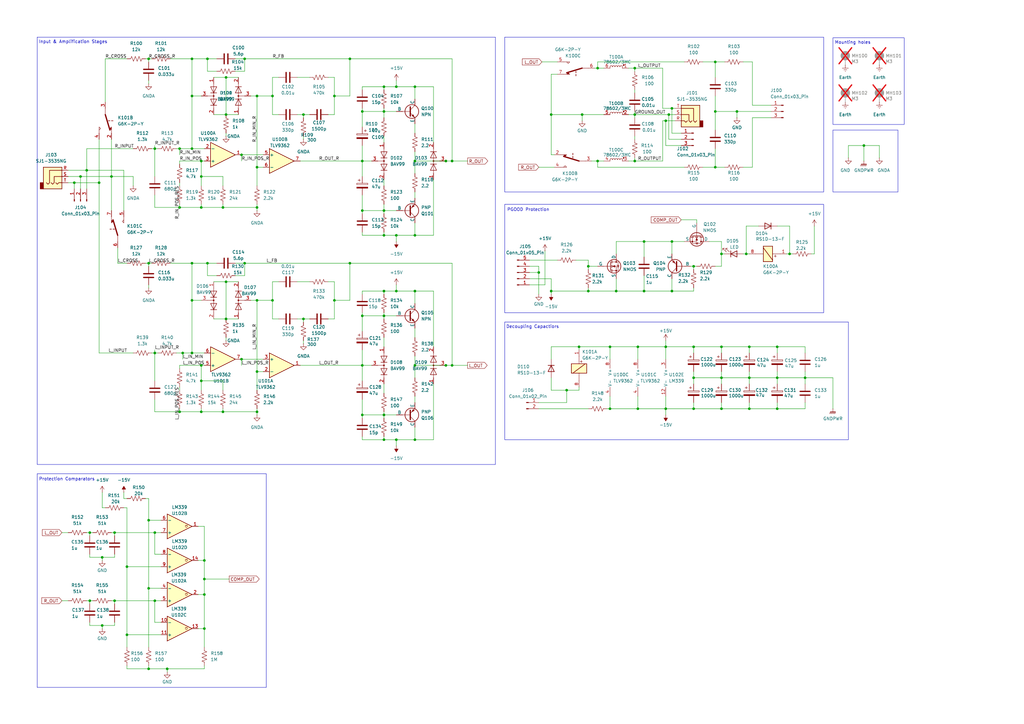
<source format=kicad_sch>
(kicad_sch (version 20231120) (generator "eeschema") (generator_version "8.0")
  (paper "A3")
  (junction (at 232.41 160.02))
  (junction (at 157.48 96.52))
  (junction (at 60.96 213.36))
  (junction (at 82.55 156.21))
  (junction (at 78.74 39.37))
  (junction (at 318.77 142.24))
  (junction (at 182.88 66.04))
  (junction (at 261.62 167.64))
  (junction (at 307.34 167.64))
  (junction (at 83.82 237.49))
  (junction (at 92.71 115.57))
  (junction (at 330.2 154.94))
  (junction (at 182.88 149.86))
  (junction (at 45.72 72.39))
  (junction (at 63.5 218.44))
  (junction (at 260.35 66.04))
  (junction (at 82.55 72.39))
  (junction (at 241.3 109.22))
  (junction (at 157.48 119.38))
  (junction (at 302.26 45.72))
  (junction (at 295.91 104.14))
  (junction (at 250.19 167.64))
  (junction (at 293.37 68.58))
  (junction (at 78.74 107.95))
  (junction (at 148.59 45.72))
  (junction (at 261.62 142.24))
  (junction (at 82.55 85.09))
  (junction (at 284.48 154.94))
  (junction (at 83.82 229.87))
  (junction (at 105.41 68.58))
  (junction (at 157.48 45.72))
  (junction (at 170.18 149.86))
  (junction (at 111.76 123.19))
  (junction (at 137.16 123.19))
  (junction (at 273.05 49.53))
  (junction (at 274.32 46.99))
  (junction (at 185.42 66.04))
  (junction (at 78.74 144.78))
  (junction (at 60.96 274.32))
  (junction (at 157.48 35.56))
  (junction (at 226.06 46.99))
  (junction (at 307.34 154.94))
  (junction (at 85.09 24.13))
  (junction (at 162.56 180.34))
  (junction (at 124.46 130.81))
  (junction (at 275.59 119.38))
  (junction (at 273.05 167.64))
  (junction (at 40.64 74.93))
  (junction (at 238.76 46.99))
  (junction (at 99.06 147.32))
  (junction (at 82.55 66.04))
  (junction (at 170.18 180.34))
  (junction (at 157.48 180.34))
  (junction (at 323.85 104.14))
  (junction (at 30.48 74.93))
  (junction (at 226.06 119.38))
  (junction (at 41.91 256.54))
  (junction (at 78.74 123.19))
  (junction (at 148.59 86.36))
  (junction (at 148.59 66.04))
  (junction (at 162.56 96.52))
  (junction (at 170.18 66.04))
  (junction (at 99.06 63.5))
  (junction (at 91.44 85.09))
  (junction (at 105.41 85.09))
  (junction (at 306.07 104.14))
  (junction (at 260.35 27.94))
  (junction (at 52.07 260.35))
  (junction (at 295.91 167.64))
  (junction (at 148.59 129.54))
  (junction (at 63.5 246.38))
  (junction (at 220.98 111.76))
  (junction (at 295.91 142.24))
  (junction (at 275.59 99.06))
  (junction (at 60.96 24.13))
  (junction (at 245.11 66.04))
  (junction (at 293.37 45.72))
  (junction (at 284.48 142.24))
  (junction (at 170.18 119.38))
  (junction (at 52.07 232.41))
  (junction (at 284.48 167.64))
  (junction (at 73.66 85.09))
  (junction (at 73.66 168.91))
  (junction (at 260.35 46.99))
  (junction (at 295.91 154.94))
  (junction (at 143.51 24.13))
  (junction (at 63.5 60.96))
  (junction (at 318.77 154.94))
  (junction (at 35.56 69.85))
  (junction (at 74.93 144.78))
  (junction (at 63.5 144.78))
  (junction (at 73.66 60.96))
  (junction (at 293.37 25.4))
  (junction (at 105.41 152.4))
  (junction (at 105.41 168.91))
  (junction (at 100.33 24.13))
  (junction (at 78.74 24.13))
  (junction (at 92.71 31.75))
  (junction (at 82.55 168.91))
  (junction (at 92.71 46.99))
  (junction (at 318.77 167.64))
  (junction (at 83.82 243.84))
  (junction (at 68.58 274.32))
  (junction (at 105.41 39.37))
  (junction (at 157.48 170.18))
  (junction (at 157.48 129.54))
  (junction (at 307.34 142.24))
  (junction (at 85.09 107.95))
  (junction (at 284.48 109.22))
  (junction (at 170.18 35.56))
  (junction (at 137.16 39.37))
  (junction (at 354.33 59.69))
  (junction (at 148.59 170.18))
  (junction (at 273.05 142.24))
  (junction (at 170.18 96.52))
  (junction (at 36.83 218.44))
  (junction (at 162.56 119.38))
  (junction (at 124.46 46.99))
  (junction (at 46.99 246.38))
  (junction (at 60.96 241.3))
  (junction (at 241.3 119.38))
  (junction (at 78.74 60.96))
  (junction (at 245.11 27.94))
  (junction (at 148.59 149.86))
  (junction (at 237.49 142.24))
  (junction (at 157.48 86.36))
  (junction (at 250.19 142.24))
  (junction (at 264.16 99.06))
  (junction (at 36.83 246.38))
  (junction (at 46.99 218.44))
  (junction (at 91.44 168.91))
  (junction (at 111.76 39.37))
  (junction (at 60.96 107.95))
  (junction (at 105.41 123.19))
  (junction (at 162.56 35.56))
  (junction (at 264.16 119.38))
  (junction (at 83.82 257.81))
  (junction (at 33.02 72.39))
  (junction (at 252.73 119.38))
  (junction (at 41.91 228.6))
  (junction (at 100.33 107.95))
  (junction (at 185.42 149.86))
  (junction (at 275.59 44.45))
  (junction (at 143.51 107.95))
  (junction (at 82.55 149.86))
  (junction (at 92.71 130.81))
  (wire (pts (xy 60.96 274.32) (xy 68.58 274.32)))
  (wire (pts (xy 36.83 219.71) (xy 36.83 218.44)))
  (wire (pts (xy 293.37 109.22) (xy 295.91 109.22)))
  (wire (pts (xy 107.95 68.58) (xy 105.41 68.58)))
  (wire (pts (xy 59.69 107.95) (xy 60.96 107.95)))
  (wire (pts (xy 148.59 86.36) (xy 157.48 86.36)))
  (wire (pts (xy 274.32 46.99) (xy 274.32 57.15)))
  (wire (pts (xy 60.96 24.13) (xy 60.96 25.4)))
  (wire (pts (xy 295.91 154.94) (xy 295.91 157.48)))
  (wire (pts (xy 63.5 255.27) (xy 63.5 246.38)))
  (wire (pts (xy 148.59 35.56) (xy 157.48 35.56)))
  (wire (pts (xy 170.18 91.44) (xy 170.18 96.52)))
  (wire (pts (xy 271.78 49.53) (xy 273.05 49.53)))
  (wire (pts (xy 41.91 256.54) (xy 46.99 256.54)))
  (wire (pts (xy 66.04 255.27) (xy 63.5 255.27)))
  (wire (pts (xy 73.66 149.86) (xy 73.66 151.13)))
  (wire (pts (xy 60.96 241.3) (xy 66.04 241.3)))
  (wire (pts (xy 105.41 123.19) (xy 111.76 123.19)))
  (wire (pts (xy 260.35 48.26) (xy 260.35 46.99)))
  (wire (pts (xy 83.82 229.87) (xy 83.82 237.49)))
  (wire (pts (xy 284.48 167.64) (xy 295.91 167.64)))
  (wire (pts (xy 273.05 49.53) (xy 276.86 49.53)))
  (wire (pts (xy 105.41 86.36) (xy 105.41 85.09)))
  (wire (pts (xy 330.2 152.4) (xy 330.2 154.94)))
  (wire (pts (xy 63.5 60.96) (xy 62.23 60.96)))
  (wire (pts (xy 73.66 149.86) (xy 82.55 149.86)))
  (wire (pts (xy 157.48 168.91) (xy 157.48 170.18)))
  (wire (pts (xy 293.37 39.37) (xy 293.37 45.72)))
  (wire (pts (xy 308.61 48.26) (xy 316.23 48.26)))
  (wire (pts (xy 260.35 46.99) (xy 257.81 46.99)))
  (wire (pts (xy 318.77 167.64) (xy 318.77 165.1)))
  (wire (pts (xy 295.91 165.1) (xy 295.91 167.64)))
  (wire (pts (xy 274.32 46.99) (xy 276.86 46.99)))
  (wire (pts (xy 41.91 256.54) (xy 36.83 256.54)))
  (wire (pts (xy 279.4 59.69) (xy 273.05 59.69)))
  (wire (pts (xy 87.63 130.81) (xy 92.71 130.81)))
  (wire (pts (xy 157.48 96.52) (xy 162.56 96.52)))
  (wire (pts (xy 226.06 120.65) (xy 226.06 119.38)))
  (wire (pts (xy 105.41 123.19) (xy 105.41 152.4)))
  (wire (pts (xy 63.5 227.33) (xy 66.04 227.33)))
  (wire (pts (xy 284.48 109.22) (xy 285.75 109.22)))
  (wire (pts (xy 46.99 246.38) (xy 63.5 246.38)))
  (wire (pts (xy 308.61 25.4) (xy 308.61 43.18)))
  (wire (pts (xy 162.56 116.84) (xy 162.56 119.38)))
  (wire (pts (xy 102.87 39.37) (xy 105.41 39.37)))
  (wire (pts (xy 148.59 96.52) (xy 148.59 95.25)))
  (wire (pts (xy 105.41 170.18) (xy 105.41 168.91)))
  (wire (pts (xy 307.34 142.24) (xy 307.34 144.78)))
  (wire (pts (xy 148.59 170.18) (xy 148.59 171.45)))
  (wire (pts (xy 273.05 142.24) (xy 273.05 147.32)))
  (wire (pts (xy 60.96 33.02) (xy 60.96 34.29)))
  (wire (pts (xy 347.98 59.69) (xy 347.98 64.77)))
  (wire (pts (xy 177.8 157.48) (xy 177.8 180.34)))
  (wire (pts (xy 100.33 107.95) (xy 100.33 113.03)))
  (wire (pts (xy 60.96 204.47) (xy 60.96 213.36)))
  (wire (pts (xy 148.59 149.86) (xy 152.4 149.86)))
  (wire (pts (xy 96.52 107.95) (xy 100.33 107.95)))
  (wire (pts (xy 273.05 139.7) (xy 273.05 142.24)))
  (wire (pts (xy 50.8 204.47) (xy 52.07 204.47)))
  (wire (pts (xy 124.46 55.88) (xy 124.46 57.15)))
  (wire (pts (xy 78.74 24.13) (xy 85.09 24.13)))
  (wire (pts (xy 92.71 31.75) (xy 92.71 46.99)))
  (wire (pts (xy 318.77 154.94) (xy 330.2 154.94)))
  (wire (pts (xy 323.85 104.14) (xy 322.58 104.14)))
  (wire (pts (xy 73.66 60.96) (xy 78.74 60.96)))
  (wire (pts (xy 143.51 24.13) (xy 185.42 24.13)))
  (wire (pts (xy 273.05 167.64) (xy 284.48 167.64)))
  (wire (pts (xy 170.18 146.05) (xy 170.18 149.86)))
  (wire (pts (xy 40.64 144.78) (xy 54.61 144.78)))
  (wire (pts (xy 111.76 31.75) (xy 111.76 39.37)))
  (wire (pts (xy 250.19 142.24) (xy 261.62 142.24)))
  (wire (pts (xy 92.71 115.57) (xy 92.71 130.81)))
  (wire (pts (xy 293.37 60.96) (xy 293.37 68.58)))
  (wire (pts (xy 148.59 180.34) (xy 148.59 179.07)))
  (wire (pts (xy 185.42 107.95) (xy 185.42 149.86)))
  (wire (pts (xy 33.02 72.39) (xy 33.02 77.47)))
  (wire (pts (xy 260.35 38.1) (xy 260.35 36.83)))
  (wire (pts (xy 83.82 257.81) (xy 83.82 265.43)))
  (wire (pts (xy 148.59 44.45) (xy 148.59 45.72)))
  (wire (pts (xy 137.16 31.75) (xy 137.16 39.37)))
  (wire (pts (xy 123.19 149.86) (xy 148.59 149.86)))
  (wire (pts (xy 284.48 109.22) (xy 284.48 110.49)))
  (wire (pts (xy 250.19 162.56) (xy 250.19 167.64)))
  (wire (pts (xy 279.4 90.17) (xy 285.75 90.17)))
  (wire (pts (xy 307.34 152.4) (xy 307.34 154.94)))
  (wire (pts (xy 60.96 241.3) (xy 60.96 265.43)))
  (wire (pts (xy 177.8 180.34) (xy 170.18 180.34)))
  (wire (pts (xy 170.18 175.26) (xy 170.18 180.34)))
  (wire (pts (xy 261.62 142.24) (xy 261.62 147.32)))
  (wire (pts (xy 325.12 104.14) (xy 323.85 104.14)))
  (wire (pts (xy 162.56 96.52) (xy 170.18 96.52)))
  (wire (pts (xy 226.06 119.38) (xy 241.3 119.38)))
  (wire (pts (xy 170.18 66.04) (xy 170.18 71.12)))
  (wire (pts (xy 36.83 256.54) (xy 36.83 255.27)))
  (wire (pts (xy 241.3 119.38) (xy 252.73 119.38)))
  (wire (pts (xy 226.06 114.3) (xy 226.06 119.38)))
  (wire (pts (xy 354.33 59.69) (xy 360.68 59.69)))
  (wire (pts (xy 85.09 107.95) (xy 88.9 107.95)))
  (wire (pts (xy 264.16 113.03) (xy 264.16 119.38)))
  (wire (pts (xy 111.76 115.57) (xy 114.3 115.57)))
  (wire (pts (xy 148.59 45.72) (xy 157.48 45.72)))
  (wire (pts (xy 124.46 46.99) (xy 127 46.99)))
  (wire (pts (xy 74.93 147.32) (xy 74.93 144.78)))
  (wire (pts (xy 360.68 64.77) (xy 360.68 59.69)))
  (wire (pts (xy 220.98 109.22) (xy 220.98 111.76)))
  (wire (pts (xy 217.17 116.84) (xy 223.52 116.84)))
  (wire (pts (xy 157.48 157.48) (xy 157.48 161.29)))
  (wire (pts (xy 105.41 39.37) (xy 105.41 68.58)))
  (wire (pts (xy 217.17 114.3) (xy 226.06 114.3)))
  (wire (pts (xy 33.02 72.39) (xy 45.72 72.39)))
  (wire (pts (xy 297.18 104.14) (xy 295.91 104.14)))
  (wire (pts (xy 41.91 201.93) (xy 41.91 208.28)))
  (wire (pts (xy 226.06 160.02) (xy 232.41 160.02)))
  (wire (pts (xy 302.26 45.72) (xy 316.23 45.72)))
  (wire (pts (xy 157.48 119.38) (xy 157.48 120.65)))
  (wire (pts (xy 304.8 25.4) (xy 308.61 25.4)))
  (wire (pts (xy 52.07 274.32) (xy 52.07 273.05)))
  (wire (pts (xy 170.18 35.56) (xy 177.8 35.56)))
  (wire (pts (xy 27.94 74.93) (xy 30.48 74.93)))
  (wire (pts (xy 46.99 219.71) (xy 46.99 218.44)))
  (wire (pts (xy 85.09 24.13) (xy 85.09 29.21)))
  (wire (pts (xy 100.33 24.13) (xy 143.51 24.13)))
  (wire (pts (xy 220.98 167.64) (xy 241.3 167.64)))
  (wire (pts (xy 273.05 142.24) (xy 284.48 142.24)))
  (wire (pts (xy 302.26 45.72) (xy 302.26 48.26)))
  (wire (pts (xy 260.35 45.72) (xy 260.35 46.99)))
  (wire (pts (xy 87.63 31.75) (xy 92.71 31.75)))
  (wire (pts (xy 46.99 247.65) (xy 46.99 246.38)))
  (wire (pts (xy 46.99 246.38) (xy 45.72 246.38)))
  (wire (pts (xy 78.74 39.37) (xy 82.55 39.37)))
  (wire (pts (xy 41.91 228.6) (xy 36.83 228.6)))
  (wire (pts (xy 162.56 33.02) (xy 162.56 35.56)))
  (wire (pts (xy 48.26 101.6) (xy 48.26 107.95)))
  (wire (pts (xy 105.41 167.64) (xy 105.41 168.91)))
  (wire (pts (xy 245.11 66.04) (xy 247.65 66.04)))
  (wire (pts (xy 264.16 99.06) (xy 275.59 99.06)))
  (wire (pts (xy 148.59 35.56) (xy 148.59 36.83)))
  (wire (pts (xy 25.4 246.38) (xy 27.94 246.38)))
  (wire (pts (xy 72.39 144.78) (xy 74.93 144.78)))
  (wire (pts (xy 63.5 168.91) (xy 73.66 168.91)))
  (wire (pts (xy 245.11 27.94) (xy 243.84 27.94)))
  (wire (pts (xy 237.49 142.24) (xy 237.49 143.51)))
  (wire (pts (xy 30.48 74.93) (xy 30.48 77.47)))
  (wire (pts (xy 36.83 246.38) (xy 38.1 246.38)))
  (wire (pts (xy 273.05 170.18) (xy 273.05 167.64)))
  (wire (pts (xy 82.55 149.86) (xy 82.55 156.21)))
  (wire (pts (xy 295.91 154.94) (xy 295.91 152.4)))
  (wire (pts (xy 73.66 66.04) (xy 73.66 67.31)))
  (wire (pts (xy 241.3 109.22) (xy 241.3 106.68)))
  (wire (pts (xy 157.48 180.34) (xy 162.56 180.34)))
  (wire (pts (xy 92.71 138.43) (xy 92.71 139.7)))
  (wire (pts (xy 295.91 167.64) (xy 307.34 167.64)))
  (wire (pts (xy 311.15 92.71) (xy 306.07 92.71)))
  (wire (pts (xy 177.8 119.38) (xy 177.8 142.24)))
  (wire (pts (xy 41.91 208.28) (xy 43.18 208.28)))
  (wire (pts (xy 46.99 228.6) (xy 46.99 227.33)))
  (wire (pts (xy 308.61 43.18) (xy 316.23 43.18)))
  (wire (pts (xy 217.17 109.22) (xy 220.98 109.22)))
  (wire (pts (xy 257.81 66.04) (xy 260.35 66.04)))
  (wire (pts (xy 330.2 154.94) (xy 330.2 157.48)))
  (wire (pts (xy 170.18 35.56) (xy 170.18 40.64)))
  (wire (pts (xy 157.48 83.82) (xy 157.48 86.36)))
  (wire (pts (xy 50.8 69.85) (xy 50.8 86.36)))
  (wire (pts (xy 226.06 46.99) (xy 238.76 46.99)))
  (wire (pts (xy 330.2 144.78) (xy 330.2 142.24)))
  (wire (pts (xy 50.8 201.93) (xy 50.8 204.47)))
  (wire (pts (xy 260.35 55.88) (xy 260.35 57.15)))
  (wire (pts (xy 81.28 215.9) (xy 83.82 215.9)))
  (wire (pts (xy 307.34 154.94) (xy 318.77 154.94)))
  (wire (pts (xy 285.75 90.17) (xy 285.75 91.44)))
  (wire (pts (xy 148.59 80.01) (xy 148.59 86.36)))
  (wire (pts (xy 124.46 139.7) (xy 124.46 140.97)))
  (wire (pts (xy 330.2 167.64) (xy 318.77 167.64)))
  (wire (pts (xy 295.91 99.06) (xy 290.83 99.06)))
  (wire (pts (xy 293.37 31.75) (xy 293.37 25.4)))
  (wire (pts (xy 279.4 54.61) (xy 275.59 54.61)))
  (wire (pts (xy 162.56 180.34) (xy 162.56 182.88)))
  (wire (pts (xy 242.57 66.04) (xy 245.11 66.04)))
  (wire (pts (xy 36.83 246.38) (xy 35.56 246.38)))
  (wire (pts (xy 288.29 25.4) (xy 293.37 25.4)))
  (wire (pts (xy 185.42 149.86) (xy 191.77 149.86)))
  (wire (pts (xy 306.07 92.71) (xy 306.07 104.14)))
  (wire (pts (xy 307.34 154.94) (xy 307.34 157.48)))
  (wire (pts (xy 157.48 119.38) (xy 162.56 119.38)))
  (wire (pts (xy 148.59 59.69) (xy 148.59 66.04)))
  (wire (pts (xy 73.66 76.2) (xy 73.66 74.93)))
  (wire (pts (xy 73.66 158.75) (xy 73.66 160.02)))
  (wire (pts (xy 137.16 46.99) (xy 134.62 46.99)))
  (wire (pts (xy 261.62 142.24) (xy 273.05 142.24)))
  (wire (pts (xy 157.48 35.56) (xy 162.56 35.56)))
  (wire (pts (xy 226.06 30.48) (xy 226.06 46.99)))
  (wire (pts (xy 85.09 107.95) (xy 85.09 113.03)))
  (wire (pts (xy 238.76 46.99) (xy 247.65 46.99)))
  (wire (pts (xy 60.96 24.13) (xy 62.23 24.13)))
  (wire (pts (xy 52.07 232.41) (xy 52.07 260.35)))
  (wire (pts (xy 91.44 168.91) (xy 82.55 168.91)))
  (wire (pts (xy 177.8 73.66) (xy 177.8 96.52)))
  (wire (pts (xy 99.06 66.04) (xy 99.06 63.5)))
  (wire (pts (xy 99.06 149.86) (xy 99.06 147.32)))
  (wire (pts (xy 91.44 168.91) (xy 91.44 167.64)))
  (wire (pts (xy 157.48 45.72) (xy 157.48 48.26)))
  (wire (pts (xy 105.41 83.82) (xy 105.41 85.09)))
  (wire (pts (xy 137.16 115.57) (xy 137.16 123.19)))
  (wire (pts (xy 170.18 50.8) (xy 170.18 54.61)))
  (wire (pts (xy 83.82 274.32) (xy 83.82 273.05)))
  (wire (pts (xy 137.16 130.81) (xy 137.16 123.19)))
  (wire (pts (xy 260.35 66.04) (xy 271.78 66.04)))
  (wire (pts (xy 83.82 237.49) (xy 83.82 243.84)))
  (wire (pts (xy 83.82 149.86) (xy 82.55 149.86)))
  (wire (pts (xy 245.11 27.94) (xy 247.65 27.94)))
  (wire (pts (xy 83.82 215.9) (xy 83.82 229.87)))
  (wire (pts (xy 73.66 168.91) (xy 73.66 167.64)))
  (wire (pts (xy 105.41 152.4) (xy 105.41 160.02)))
  (wire (pts (xy 68.58 275.59) (xy 68.58 274.32)))
  (wire (pts (xy 237.49 160.02) (xy 237.49 158.75)))
  (wire (pts (xy 157.48 44.45) (xy 157.48 45.72)))
  (wire (pts (xy 330.2 167.64) (xy 330.2 165.1)))
  (wire (pts (xy 78.74 144.78) (xy 83.82 144.78)))
  (wire (pts (xy 100.33 107.95) (xy 143.51 107.95)))
  (wire (pts (xy 257.81 27.94) (xy 260.35 27.94)))
  (wire (pts (xy 157.48 86.36) (xy 157.48 87.63)))
  (wire (pts (xy 232.41 165.1) (xy 220.98 165.1)))
  (wire (pts (xy 232.41 160.02) (xy 232.41 165.1)))
  (wire (pts (xy 36.83 218.44) (xy 35.56 218.44)))
  (wire (pts (xy 284.48 165.1) (xy 284.48 167.64)))
  (wire (pts (xy 63.5 144.78) (xy 64.77 144.78)))
  (wire (pts (xy 63.5 60.96) (xy 63.5 72.39)))
  (wire (pts (xy 157.48 45.72) (xy 162.56 45.72)))
  (wire (pts (xy 148.59 180.34) (xy 157.48 180.34)))
  (wire (pts (xy 59.69 24.13) (xy 60.96 24.13)))
  (wire (pts (xy 308.61 68.58) (xy 304.8 68.58)))
  (wire (pts (xy 85.09 24.13) (xy 88.9 24.13)))
  (wire (pts (xy 157.48 138.43) (xy 157.48 142.24)))
  (wire (pts (xy 111.76 130.81) (xy 111.76 123.19)))
  (wire (pts (xy 148.59 86.36) (xy 148.59 87.63)))
  (wire (pts (xy 148.59 45.72) (xy 148.59 52.07)))
  (wire (pts (xy 185.42 24.13) (xy 185.42 66.04)))
  (wire (pts (xy 46.99 218.44) (xy 63.5 218.44)))
  (wire (pts (xy 137.16 115.57) (xy 134.62 115.57)))
  (wire (pts (xy 121.92 31.75) (xy 127 31.75)))
  (wire (pts (xy 318.77 152.4) (xy 318.77 154.94)))
  (wire (pts (xy 48.26 107.95) (xy 52.07 107.95)))
  (wire (pts (xy 96.52 24.13) (xy 100.33 24.13)))
  (wire (pts (xy 52.07 274.32) (xy 60.96 274.32)))
  (wire (pts (xy 73.66 66.04) (xy 82.55 66.04)))
  (wire (pts (xy 307.34 167.64) (xy 318.77 167.64)))
  (wire (pts (xy 162.56 180.34) (xy 170.18 180.34)))
  (wire (pts (xy 63.5 144.78) (xy 63.5 156.21)))
  (wire (pts (xy 284.48 154.94) (xy 295.91 154.94)))
  (wire (pts (xy 123.19 66.04) (xy 148.59 66.04)))
  (wire (pts (xy 52.07 208.28) (xy 52.07 232.41)))
  (wire (pts (xy 107.95 152.4) (xy 105.41 152.4)))
  (wire (pts (xy 170.18 149.86) (xy 170.18 154.94)))
  (wire (pts (xy 261.62 162.56) (xy 261.62 167.64)))
  (wire (pts (xy 82.55 168.91) (xy 82.55 167.64)))
  (wire (pts (xy 330.2 142.24) (xy 318.77 142.24)))
  (wire (pts (xy 157.48 73.66) (xy 157.48 76.2)))
  (wire (pts (xy 271.78 49.53) (xy 271.78 66.04)))
  (wire (pts (xy 170.18 62.23) (xy 170.18 66.04)))
  (wire (pts (xy 245.11 25.4) (xy 280.67 25.4)))
  (wire (pts (xy 148.59 119.38) (xy 157.48 119.38)))
  (wire (pts (xy 148.59 66.04) (xy 152.4 66.04)))
  (wire (pts (xy 81.28 243.84) (xy 83.82 243.84)))
  (wire (pts (xy 78.74 60.96) (xy 83.82 60.96)))
  (wire (pts (xy 275.59 54.61) (xy 275.59 44.45)))
  (wire (pts (xy 45.72 72.39) (xy 45.72 86.36)))
  (wire (pts (xy 226.06 46.99) (xy 226.06 63.5)))
  (wire (pts (xy 252.73 114.3) (xy 252.73 119.38)))
  (wire (pts (xy 36.83 218.44) (xy 38.1 218.44)))
  (wire (pts (xy 293.37 68.58) (xy 297.18 68.58)))
  (wire (pts (xy 78.74 123.19) (xy 82.55 123.19)))
  (wire (pts (xy 318.77 142.24) (xy 318.77 144.78)))
  (wire (pts (xy 137.16 39.37) (xy 143.51 39.37)))
  (wire (pts (xy 96.52 29.21) (xy 100.33 29.21)))
  (wire (pts (xy 252.73 119.38) (xy 264.16 119.38)))
  (wire (pts (xy 91.44 85.09) (xy 91.44 83.82)))
  (wire (pts (xy 275.59 99.06) (xy 275.59 104.14)))
  (wire (pts (xy 60.96 116.84) (xy 60.96 118.11)))
  (wire (pts (xy 35.56 69.85) (xy 50.8 69.85)))
  (wire (pts (xy 35.56 69.85) (xy 35.56 77.47)))
  (wire (pts (xy 157.48 35.56) (xy 157.48 36.83)))
  (wire (pts (xy 68.58 274.32) (xy 83.82 274.32)))
  (wire (pts (xy 306.07 104.14) (xy 304.8 104.14)))
  (wire (pts (xy 148.59 128.27) (xy 148.59 129.54)))
  (wire (pts (xy 69.85 107.95) (xy 78.74 107.95)))
  (wire (pts (xy 295.91 154.94) (xy 307.34 154.94)))
  (wire (pts (xy 148.59 129.54) (xy 148.59 135.89)))
  (wire (pts (xy 293.37 68.58) (xy 288.29 68.58)))
  (wire (pts (xy 220.98 111.76) (xy 220.98 120.65)))
  (wire (pts (xy 121.92 46.99) (xy 124.46 46.99)))
  (wire (pts (xy 245.11 66.04) (xy 245.11 68.58)))
  (wire (pts (xy 91.44 85.09) (xy 82.55 85.09)))
  (wire (pts (xy 82.55 168.91) (xy 73.66 168.91)))
  (wire (pts (xy 82.55 85.09) (xy 73.66 85.09)))
  (wire (pts (xy 143.51 107.95) (xy 185.42 107.95)))
  (wire (pts (xy 54.61 76.2) (xy 54.61 72.39)))
  (wire (pts (xy 157.48 180.34) (xy 157.48 179.07)))
  (wire (pts (xy 223.52 116.84) (xy 223.52 102.87)))
  (wire (pts (xy 30.48 74.93) (xy 40.64 74.93)))
  (wire (pts (xy 78.74 123.19) (xy 78.74 144.78)))
  (wire (pts (xy 36.83 247.65) (xy 36.83 246.38)))
  (wire (pts (xy 81.28 257.81) (xy 83.82 257.81)))
  (wire (pts (xy 60.96 273.05) (xy 60.96 274.32)))
  (wire (pts (xy 41.91 229.87) (xy 41.91 228.6)))
  (wire (pts (xy 170.18 149.86) (xy 182.88 149.86)))
  (wire (pts (xy 148.59 129.54) (xy 157.48 129.54)))
  (wire (pts (xy 111.76 46.99) (xy 111.76 39.37)))
  (wire (pts (xy 78.74 107.95) (xy 78.74 123.19)))
  (wire (pts (xy 260.35 64.77) (xy 260.35 66.04)))
  (wire (pts (xy 73.66 63.5) (xy 73.66 60.96)))
  (wire (pts (xy 271.78 44.45) (xy 275.59 44.45)))
  (wire (pts (xy 63.5 246.38) (xy 66.04 246.38)))
  (wire (pts (xy 226.06 154.94) (xy 226.06 160.02)))
  (wire (pts (xy 260.35 46.99) (xy 274.32 46.99)))
  (wire (pts (xy 162.56 96.52) (xy 162.56 99.06)))
  (wire (pts (xy 220.98 68.58) (xy 227.33 68.58)))
  (wire (pts (xy 85.09 29.21) (xy 88.9 29.21)))
  (wire (pts (xy 226.06 142.24) (xy 237.49 142.24)))
  (wire (pts (xy 271.78 27.94) (xy 271.78 44.45)))
  (wire (pts (xy 170.18 66.04) (xy 182.88 66.04)))
  (wire (pts (xy 354.33 59.69) (xy 354.33 66.04)))
  (wire (pts (xy 157.48 170.18) (xy 157.48 171.45)))
  (wire (pts (xy 121.92 130.81) (xy 124.46 130.81)))
  (wire (pts (xy 182.88 149.86) (xy 185.42 149.86)))
  (wire (pts (xy 92.71 54.61) (xy 92.71 55.88)))
  (wire (pts (xy 275.59 114.3) (xy 275.59 119.38)))
  (wire (pts (xy 157.48 129.54) (xy 157.48 130.81)))
  (wire (pts (xy 273.05 49.53) (xy 273.05 59.69)))
  (wire (pts (xy 114.3 130.81) (xy 111.76 130.81)))
  (wire (pts (xy 280.67 99.06) (xy 275.59 99.06)))
  (wire (pts (xy 41.91 228.6) (xy 46.99 228.6)))
  (wire (pts (xy 334.01 104.14) (xy 332.74 104.14)))
  (wire (pts (xy 137.16 46.99) (xy 137.16 39.37)))
  (wire (pts (xy 83.82 237.49) (xy 93.98 237.49)))
  (wire (pts (xy 284.48 142.24) (xy 284.48 144.78)))
  (wire (pts (xy 73.66 85.09) (xy 73.66 83.82)))
  (wire (pts (xy 148.59 149.86) (xy 148.59 156.21)))
  (wire (pts (xy 63.5 59.69) (xy 63.5 60.96)))
  (wire (pts (xy 82.55 156.21) (xy 91.44 156.21)))
  (wire (pts (xy 226.06 63.5) (xy 227.33 63.5)))
  (wire (pts (xy 92.71 115.57) (xy 97.79 115.57)))
  (wire (pts (xy 275.59 119.38) (xy 284.48 119.38)))
  (wire (pts (xy 46.99 256.54) (xy 46.99 255.27)))
  (wire (pts (xy 307.34 165.1) (xy 307.34 167.64)))
  (wire (pts (xy 40.64 74.93) (xy 40.64 144.78)))
  (wire (pts (xy 222.25 25.4) (xy 228.6 25.4)))
  (wire (pts (xy 162.56 35.56) (xy 170.18 35.56)))
  (wire (pts (xy 102.87 123.19) (xy 105.41 123.19)))
  (wire (pts (xy 250.19 167.64) (xy 261.62 167.64)))
  (wire (pts (xy 295.91 109.22) (xy 295.91 104.14)))
  (wire (pts (xy 148.59 96.52) (xy 157.48 96.52)))
  (wire (pts (xy 162.56 119.38) (xy 170.18 119.38)))
  (wire (pts (xy 226.06 30.48) (xy 228.6 30.48)))
  (wire (pts (xy 241.3 118.11) (xy 241.3 119.38)))
  (wire (pts (xy 40.64 57.15) (xy 40.64 74.93)))
  (wire (pts (xy 308.61 48.26) (xy 308.61 68.58)))
  (wire (pts (xy 157.48 86.36) (xy 162.56 86.36)))
  (wire (pts (xy 83.82 66.04) (xy 82.55 66.04)))
  (wire (pts (xy 177.8 96.52) (xy 170.18 96.52)))
  (wire (pts (xy 52.07 260.35) (xy 52.07 265.43)))
  (wire (pts (xy 25.4 218.44) (xy 27.94 218.44)))
  (wire (pts (xy 91.44 160.02) (xy 91.44 156.21)))
  (wire (pts (xy 170.18 119.38) (xy 170.18 124.46)))
  (wire (pts (xy 143.51 107.95) (xy 143.51 123.19)))
  (wire (pts (xy 283.21 109.22) (xy 284.48 109.22)))
  (wire (pts (xy 148.59 143.51) (xy 148.59 149.86)))
  (wire (pts (xy 111.76 31.75) (xy 114.3 31.75)))
  (wire (pts (xy 92.71 130.81) (xy 97.79 130.81)))
  (wire (pts (xy 250.19 142.24) (xy 250.19 147.32)))
  (wire (pts (xy 252.73 99.06) (xy 252.73 104.14)))
  (wire (pts (xy 105.41 168.91) (xy 91.44 168.91)))
  (wire (pts (xy 121.92 115.57) (xy 127 115.57)))
  (wire (pts (xy 52.07 232.41) (xy 66.04 232.41)))
  (wire (pts (xy 124.46 48.26) (xy 124.46 46.99)))
  (wire (pts (xy 27.94 72.39) (xy 33.02 72.39)))
  (wire (pts (xy 92.71 31.75) (xy 97.79 31.75)))
  (wire (pts (xy 82.55 72.39) (xy 91.44 72.39)))
  (wire (pts (xy 238.76 46.99) (xy 238.76 49.53)))
  (wire (pts (xy 293.37 25.4) (xy 297.18 25.4)))
  (wire (pts (xy 99.06 63.5) (xy 107.95 63.5)))
  (wire (pts (xy 157.48 128.27) (xy 157.48 129.54)))
  (wire (pts (xy 35.56 60.96) (xy 54.61 60.96)))
  (wire (pts (xy 170.18 78.74) (xy 170.18 81.28)))
  (wire (pts (xy 157.48 170.18) (xy 162.56 170.18)))
  (wire (pts (xy 177.8 35.56) (xy 177.8 58.42)))
  (wire (pts (xy 124.46 130.81) (xy 127 130.81)))
  (wire (pts (xy 78.74 39.37) (xy 78.74 60.96)))
  (wire (pts (xy 295.91 142.24) (xy 295.91 144.78)))
  (wire (pts (xy 334.01 92.71) (xy 334.01 104.14)))
  (wire (pts (xy 52.07 260.35) (xy 66.04 260.35)))
  (wire (pts (xy 295.91 142.24) (xy 307.34 142.24)))
  (wire (pts (xy 74.93 144.78) (xy 78.74 144.78)))
  (wire (pts (xy 148.59 66.04) (xy 148.59 72.39)))
  (wire (pts (xy 60.96 107.95) (xy 60.96 109.22)))
  (wire (pts (xy 105.41 39.37) (xy 111.76 39.37)))
  (wire (pts (xy 69.85 24.13) (xy 78.74 24.13)))
  (wire (pts (xy 245.11 68.58) (xy 280.67 68.58)))
  (wire (pts (xy 66.04 213.36) (xy 60.96 213.36)))
  (wire (pts (xy 148.59 163.83) (xy 148.59 170.18)))
  (wire (pts (xy 35.56 60.96) (xy 35.56 69.85)))
  (wire (pts (xy 45.72 57.15) (xy 45.72 72.39)))
  (wire (pts (xy 182.88 66.04) (xy 185.42 66.04)))
  (wire (pts (xy 248.92 167.64) (xy 250.19 167.64)))
  (wire (pts (xy 105.41 85.09) (xy 91.44 85.09)))
  (wire (pts (xy 82.55 156.21) (xy 82.55 160.02)))
  (wire (pts (xy 330.2 154.94) (xy 341.63 154.94)))
  (wire (pts (xy 170.18 134.62) (xy 170.18 138.43)))
  (wire (pts (xy 226.06 142.24) (xy 226.06 147.32)))
  (wire (pts (xy 217.17 106.68) (xy 228.6 106.68)))
  (wire (pts (xy 217.17 111.76) (xy 220.98 111.76)))
  (wire (pts (xy 323.85 92.71) (xy 318.77 92.71)))
  (wire (pts (xy 114.3 46.99) (xy 111.76 46.99)))
  (wire (pts (xy 341.63 154.94) (xy 341.63 167.64)))
  (wire (pts (xy 63.5 85.09) (xy 73.66 85.09)))
  (wire (pts (xy 91.44 76.2) (xy 91.44 72.39)))
  (wire (pts (xy 63.5 80.01) (xy 63.5 85.09)))
  (wire (pts (xy 87.63 46.99) (xy 92.71 46.99)))
  (wire (pts (xy 27.94 69.85) (xy 35.56 69.85)))
  (wire (pts (xy 41.91 257.81) (xy 41.91 256.54)))
  (wire (pts (xy 82.55 66.04) (xy 82.55 72.39)))
  (wire (pts (xy 100.33 24.13) (xy 100.33 29.21)))
  (wire (pts (xy 148.59 170.18) (xy 157.48 170.18)))
  (wire (pts (xy 148.59 119.38) (xy 148.59 120.65)))
  (wire (pts (xy 85.09 113.03) (xy 88.9 113.03)))
  (wire (pts (xy 273.05 162.56) (xy 273.05 167.64)))
  (wire (pts (xy 45.72 72.39) (xy 54.61 72.39)))
  (wire (pts (xy 307.34 142.24) (xy 318.77 142.24)))
  (wire (pts (xy 252.73 99.06) (xy 264.16 99.06)))
  (wire (pts (xy 46.99 218.44) (xy 45.72 218.44)))
  (wire (pts (xy 43.18 41.91) (xy 43.18 24.13)))
  (wire (pts (xy 111.76 115.57) (xy 111.76 123.19)))
  (wire (pts (xy 237.49 142.24) (xy 250.19 142.24)))
  (wire (pts (xy 81.28 229.87) (xy 83.82 229.87)))
  (wire (pts (xy 241.3 109.22) (xy 241.3 110.49)))
  (wire (pts (xy 99.06 147.32) (xy 107.95 147.32)))
  (wire (pts (xy 60.96 204.47) (xy 59.69 204.47)))
  (wire (pts (xy 63.5 218.44) (xy 63.5 227.33)))
  (wire (pts (xy 318.77 154.94) (xy 318.77 157.48)))
  (wire (pts (xy 260.35 27.94) (xy 271.78 27.94)))
  (wire (pts (xy 63.5 60.96) (xy 64.77 60.96)))
  (wire (pts (xy 157.48 129.54) (xy 162.56 129.54)))
  (wire (pts (xy 284.48 142.24) (xy 295.91 142.24)))
  (wire (pts (xy 236.22 106.68) (xy 241.3 106.68)))
  (wire (pts (xy 78.74 24.13) (xy 78.74 39.37)))
  (wire (pts (xy 137.16 130.81) (xy 134.62 130.81)))
  (wire (pts (xy 82.55 72.39) (xy 82.55 76.2)))
  (wire (pts (xy 137.16 31.75) (xy 134.62 31.75)))
  (wire (pts (xy 264.16 119.38) (xy 275.59 119.38)))
  (wire (pts (xy 284.48 154.94) (xy 284.48 157.48)))
  (wire (pts (xy 295.91 99.06) (xy 295.91 104.14)))
  (wire (pts (xy 261.62 167.64) (xy 273.05 167.64)))
  (wire (pts (xy 124.46 132.08) (xy 124.46 130.81)))
  (wire (pts (xy 105.41 68.58) (xy 105.41 76.2)))
  (wire (pts (xy 63.5 143.51) (xy 63.5 144.78)))
  (wire (pts (xy 60.96 213.36) (xy 60.96 241.3)))
  (wire (pts (xy 78.74 107.95) (xy 85.09 107.95)))
  (wire (pts (xy 279.4 57.15) (xy 274.32 57.15)))
  (wire (pts (xy 36.83 228.6) (xy 36.83 227.33)))
  (wire (pts (xy 52.07 208.28) (xy 50.8 208.28)))
  (wire (pts (xy 347.98 59.69) (xy 354.33 59.69)))
  (wire (pts (xy 275.59 44.45) (xy 276.86 44.45)))
  (wire (pts (xy 82.55 85.09) (xy 82.55 83.82)))
  (wire (pts (xy 87.63 115.57) (xy 92.71 115.57)))
  (wire (pts (xy 323.85 104.14) (xy 323.85 92.71)))
  (wire (pts (xy 62.23 144.78) (xy 63.5 144.78)))
  (wire (pts (xy 143.51 24.13) (xy 143.51 39.37)))
  (wire (pts (xy 96.52 113.03) (xy 100.33 113.03)))
  (wire (pts (xy 284.48 119.38) (xy 284.48 118.11)))
  (wire (pts (xy 83.82 243.84) (xy 83.82 257.81)))
  (wire (pts (xy 245.11 27.94) (xy 245.11 25.4)))
  (wire (pts (xy 232.41 160.02) (xy 237.49 160.02)))
  (wire (pts (xy 185.42 66.04) (xy 191.77 66.04)))
  (wire (pts (xy 170.18 119.38) (xy 177.8 119.38)))
  (wire (pts (xy 66.04 218.44) (xy 63.5 218.44)))
  (wire (pts (xy 293.37 45.72) (xy 302.26 45.72)))
  (wire (pts (xy 60.96 107.95) (xy 62.23 107.95)))
  (wire (pts (xy 92.71 46.99) (xy 97.79 46.99)))
  (wire (pts (xy 284.48 152.4) (xy 284.48 154.94)))
  (wire (pts (xy 72.39 60.96) (xy 73.66 60.96)))
  (wire (pts (xy 157.48 96.52) (xy 157.48 95.25)))
  (wire (pts (xy 260.35 27.94) (xy 260.35 29.21)))
  (wire (pts (xy 63.5 163.83) (xy 63.5 168.91)))
  (wire (pts (xy 157.48 55.88) (xy 157.48 58.42)))
  (wire (pts (xy 137.16 123.19) (xy 143.51 123.19)))
  (wire (pts (xy 170.18 162.56) (xy 170.18 165.1)))
  (wire (pts (xy 306.07 104.14) (xy 307.34 104.14)))
  (wire (pts (xy 293.37 45.72) (xy 293.37 53.34)))
  (wire (pts (xy 241.3 109.22) (xy 245.11 109.22)))
  (wire (pts (xy 43.18 24.13) (xy 52.07 24.13)))
  (wire (pts (xy 264.16 99.06) (xy 264.16 105.41)))
  (rectangle (start 15.24 15.24) (end 203.2 190.5))
  (rectangle (start 341.63 53.34) (end 368.3 78.74))
  (rectangle (start 207.01 132.08) (end 347.98 180.34))
  (rectangle (start 15.24 194.31) (end 109.22 281.94))
  (rectangle (start 341.63 15.494) (end 370.84 51.054))
  (rectangle (start 207.01 15.24) (end 337.82 78.74))
  (rectangle (start 207.01 83.82) (end 337.82 128.27))
  (text "PGOOD Protection" (at 216.662 86.106 0) (effects (font (size 1.27 1.27))))
  (text "Mounting holes" (at 349.758 17.526 0) (effects (font (size 1.27 1.27))))
  (text "Protection Comparators" (at 27.432 196.596 0) (effects (font (size 1.27 1.27))))
  (text "Decoupling Capactiors" (at 218.44 134.112 0) (effects (font (size 1.27 1.27))))
  (text "Input & Amplification Stages" (at 29.972 17.272 0) (effects (font (size 1.27 1.27))))
  (label "R_OUTPUT" (at 261.62 66.04 0))
  (label "L_IN_MIN_R" (at 105.41 143.51 90))
  (label "L_CROSS_R" (at 60.96 107.95 0))
  (label "R_IN_POS_RES" (at 73.66 76.2 270))
  (label "L_IN_POS" (at 74.93 149.86 0))
  (label "L_IN_POS_R" (at 99.06 149.86 0))
  (label "L_FB" (at 109.22 107.95 0))
  (label "R_OUT_R" (at 130.81 66.04 0))
  (label "R_CROSS" (at 43.18 24.13 0))
  (label "R_CROSS_R" (at 60.96 24.13 0))
  (label "R_IN_POS" (at 73.66 66.04 0))
  (label "L_INPUT_R" (at 63.5 143.51 0))
  (label "L_INPUT" (at 44.45 144.78 0))
  (label "L_OUTPUT" (at 261.62 27.94 0))
  (label "R_FB" (at 111.76 24.13 0))
  (label "GROUND_OUT" (at 260.35 46.99 0))
  (label "L_CROSS" (at 48.26 107.95 0))
  (label "R_IN_MIN_R" (at 105.41 58.42 90))
  (label "L_OUT_R" (at 130.81 149.86 0))
  (label "R_INPUT_R" (at 63.5 59.69 0))
  (label "L_IN_POS_RES" (at 73.66 158.75 270))
  (label "R_INPUT" (at 46.99 60.96 0))
  (label "R_IN_MIN" (at 73.66 63.5 0))
  (label "L_IN_MIN" (at 74.93 147.32 0))
  (label "R_IN_POS_R" (at 99.06 66.04 0))
  (global_label "L_OUT" (shape output) (at 191.77 149.86 0) (property "Intersheetrefs" "${INTERSHEET_REFS}" (effects (hide yes))))
  (global_label "R_OUT" (shape input) (at 25.4 246.38 180) (property "Intersheetrefs" "${INTERSHEET_REFS}" (effects (hide yes))))
  (global_label "L_OUT" (shape input) (at 25.4 218.44 180) (property "Intersheetrefs" "${INTERSHEET_REFS}" (effects (hide yes))))
  (global_label "R_OUT" (shape input) (at 220.98 68.58 180) (property "Intersheetrefs" "${INTERSHEET_REFS}" (effects (hide yes))))
  (global_label "COMP_OUT" (shape input) (at 279.4 90.17 180) (property "Intersheetrefs" "${INTERSHEET_REFS}" (effects (hide yes))))
  (global_label "COMP_OUT" (shape output) (at 93.98 237.49 0) (property "Intersheetrefs" "${INTERSHEET_REFS}" (effects (hide yes))))
  (global_label "R_OUT" (shape output) (at 191.77 66.04 0) (property "Intersheetrefs" "${INTERSHEET_REFS}" (effects (hide yes))))
  (global_label "L_OUT" (shape input) (at 222.25 25.4 180) (property "Intersheetrefs" "${INTERSHEET_REFS}" (effects (hide yes))))
  (symbol (lib_id "Comparator:LM339") (at 73.66 243.84 0) (mirror x) (unit 1)
    (property "Reference" "U102" (at 73.406 238.252 0))
    (property "Value" "LM339" (at 73.406 235.712 0))
    (property "Footprint" "Package_SO:TSSOP-14_4.4x5mm_P0.65mm" (effects (hide yes)))
    (property "Datasheet" "https://www.st.com/resource/en/datasheet/lm139.pdf" (effects (hide yes)))
    (property "Description" "LM339DR" (effects (hide yes)))
  )
  (symbol (lib_id "Device:R_US") (at 130.81 31.75 90) (mirror x) (unit 1)
    (property "Reference" "R105" (at 130.81 35.56 90))
    (property "Value" "470k" (at 130.81 38.1 90))
    (property "Footprint" "Resistor_SMD:R_1206_3216Metric" (effects (hide yes)))
    (property "Description" "RG3216P-4703-D-T5" (effects (hide yes)))
  )
  (symbol (lib_id "Device:C") (at 60.96 29.21 0) (unit 1)
    (property "Reference" "C101" (at 64.77 27.9399 0) (effects (justify left)))
    (property "Value" "0.033u" (at 64.77 30.4799 0) (effects (justify left)))
    (property "Footprint" "Capacitor_THT:C_Rect_L7.2mm_W3.0mm_P5.00mm_FKS2_FKP2_MKS2_MKP2" (effects (hide yes)))
    (property "Description" "MKP2C023301B00KSSD" (effects (hide yes)))
  )
  (symbol (lib_id "power:GNDA") (at 92.71 139.7 0) (unit 1)
    (property "Reference" "#PWR0125" (effects (hide yes)))
    (property "Value" "GNDA" (at 95.758 139.7 0))
    (property "Description" "Power symbol creates a global label with name \"GNDA\" , analog ground" (effects (hide yes)))
  )
  (symbol (lib_id "power:+15V") (at 223.52 102.87 0) (unit 1)
    (property "Reference" "#PWR0120" (effects (hide yes)))
    (property "Value" "+15V" (at 223.52 97.79 0))
    (property "Description" "Power symbol creates a global label with name \"+15V\"" (effects (hide yes)))
  )
  (symbol (lib_id "power:+15V") (at 162.56 33.02 0) (unit 1)
    (property "Reference" "#PWR0103" (effects (hide yes)))
    (property "Value" "+15V" (at 162.56 27.94 0))
    (property "Description" "Power symbol creates a global label with name \"+15V\"" (effects (hide yes)))
  )
  (symbol (lib_id "Device:R_US") (at 105.41 80.01 180) (unit 1)
    (property "Reference" "R122" (at 107.95 78.7399 0) (effects (justify right)))
    (property "Value" "2.2k" (at 107.95 81.2799 0) (effects (justify right)))
    (property "Footprint" "Resistor_SMD:R_1206_3216Metric" (effects (hide yes)))
    (property "Description" "RG3216P-2201-D-T5" (effects (hide yes)))
  )
  (symbol (lib_id "Relay:FRT5_separated") (at 314.96 104.14 270) (unit 1)
    (property "Reference" "K100" (at 312.928 109.22 90) (effects (justify left)))
    (property "Value" "G6K-2P-Y" (at 312.928 111.76 90) (effects (justify left)))
    (property "Footprint" "Relay_THT:Relay_DPDT_Omron_G6K-2P-Y" (effects (hide yes)))
    (property "Description" "G6K-2P-Y-DC24" (effects (hide yes)))
  )
  (symbol (lib_id "Device:D") (at 226.06 151.13 270) (unit 1)
    (property "Reference" "D110" (at 212.09 150.368 90) (effects (justify left)))
    (property "Value" "RS1D-13-F" (at 212.09 152.908 90) (effects (justify left)))
    (property "Footprint" "Diode_SMD:D_SMA" (effects (hide yes)))
    (property "Description" "RS1D-13-F" (effects (hide yes)))
    (property "Sim.Device" "D" (effects (hide yes)))
    (property "Sim.Pins" "1=K 2=A" (effects (hide yes)))
  )
  (symbol (lib_id "Device:R_US") (at 82.55 80.01 180) (unit 1)
    (property "Reference" "R120" (at 85.09 78.7399 0) (effects (justify right)))
    (property "Value" "15k" (at 85.09 81.2799 0) (effects (justify right)))
    (property "Footprint" "Resistor_SMD:R_1206_3216Metric" (effects (hide yes)))
    (property "Description" "RG3216P-1502-D-T5" (effects (hide yes)))
  )
  (symbol (lib_id "Device:R_US") (at 60.96 269.24 180) (unit 1)
    (property "Reference" "R157" (at 63.5 267.9699 0) (effects (justify right)))
    (property "Value" "100" (at 63.5 270.5099 0) (effects (justify right)))
    (property "Footprint" "Resistor_SMD:R_1206_3216Metric" (effects (hide yes)))
    (property "Description" "RG3216P-1000-D-T5" (effects (hide yes)))
  )
  (symbol (lib_id "power:GNDPWR") (at 354.33 66.04 0) (unit 1)
    (property "Reference" "#PWR0115" (effects (hide yes)))
    (property "Value" "GNDPWR" (at 354.33 69.85 0))
    (property "Description" "Power symbol creates a global label with name \"GNDPWR\" , global ground" (effects (hide yes)))
  )
  (symbol (lib_id "Simulation_SPICE:PNP") (at 167.64 170.18 0) (mirror x) (unit 1)
    (property "Reference" "Q106" (at 172.72 171.4501 0) (effects (justify left)))
    (property "Value" "PNP" (at 172.72 168.9101 0) (effects (justify left)))
    (property "Footprint" "Package_TO_SOT_SMD:SOT-223-3_TabPin2" (effects (hide yes)))
    (property "Datasheet" "https://ngspice.sourceforge.io/docs/ngspice-html-manual/manual.xhtml#cha_BJTs" (effects (hide yes)))
    (property "Description" "PZT2907A,135" (effects (hide yes)))
    (property "Sim.Device" "PNP" (effects (hide yes)))
    (property "Sim.Type" "GUMMELPOON" (effects (hide yes)))
    (property "Sim.Pins" "1=C 2=B 3=E" (effects (hide yes)))
  )
  (symbol (lib_id "Device:C") (at 260.35 52.07 0) (unit 1)
    (property "Reference" "C108" (at 265.684 50.8 0))
    (property "Value" "0.01u" (at 266.192 53.34 0))
    (property "Footprint" "Capacitor_SMD:C_1206_3216Metric" (effects (hide yes)))
    (property "Description" "GRM3195C2A103JA01D" (effects (hide yes)))
  )
  (symbol (lib_id "power:GND") (at 68.58 275.59 0) (unit 1)
    (property "Reference" "#PWR0136" (effects (hide yes)))
    (property "Value" "GND" (at 68.58 279.654 0))
    (property "Description" "Power symbol creates a global label with name \"GND\" , ground" (effects (hide yes)))
  )
  (symbol (lib_name "FRT5_separated_5") (lib_id "Relay:FRT5_separated") (at 234.95 66.04 90) (mirror x) (unit 2)
    (property "Reference" "K100" (at 236.982 71.12 90) (effects (justify left)))
    (property "Value" "G6K-2P-Y" (at 236.982 73.66 90) (effects (justify left)))
    (property "Footprint" "Relay_THT:Relay_DPDT_Omron_G6K-2P-Y" (effects (hide yes)))
    (property "Description" "G6K-2P-Y-DC24" (effects (hide yes)))
  )
  (symbol (lib_id "Diode:BAV99") (at 87.63 123.19 270) (unit 1)
    (property "Reference" "D106" (at 80.518 117.348 90) (effects (justify left)))
    (property "Value" "BAV99" (at 80.518 119.888 90) (effects (justify left)))
    (property "Footprint" "Package_TO_SOT_SMD:SOT-23" (effects (hide yes)))
    (property "Datasheet" "https://assets.nexperia.com/documents/data-sheet/BAV99_SER.pdf" (effects (hide yes)))
    (property "Description" "BAV99-13-F" (effects (hide yes)))
  )
  (symbol (lib_id "Device:C") (at 63.5 160.02 180) (unit 1)
    (property "Reference" "C127" (at 67.31 158.7499 0) (effects (justify right)))
    (property "Value" "680p" (at 67.31 161.2899 0) (effects (justify right)))
    (property "Footprint" "Capacitor_SMD:C_1206_3216Metric" (effects (hide yes)))
    (property "Description" "C1206C681J5GACAUTO" (effects (hide yes)))
  )
  (symbol (lib_id "power:-15V") (at 162.56 182.88 180) (unit 1)
    (property "Reference" "#PWR0131" (effects (hide yes)))
    (property "Value" "-15V" (at 162.56 187.96 0))
    (property "Description" "Power symbol creates a global label with name \"-15V\"" (effects (hide yes)))
  )
  (symbol (lib_id "Device:R_US") (at 92.71 113.03 90) (unit 1)
    (property "Reference" "R130" (at 97.536 109.22 90))
    (property "Value" "15k" (at 97.536 111.76 90))
    (property "Footprint" "Resistor_SMD:R_1206_3216Metric" (effects (hide yes)))
    (property "Description" "RG3216P-1502-D-T5" (effects (hide yes)))
  )
  (symbol (lib_id "Device:R_US") (at 73.66 80.01 180) (unit 1)
    (property "Reference" "R119" (at 76.2 78.7399 0) (effects (justify right)))
    (property "Value" "1.3k" (at 76.2 81.2799 0) (effects (justify right)))
    (property "Footprint" "Resistor_SMD:R_1206_3216Metric" (effects (hide yes)))
    (property "Description" "RG3216P-1301-D-T5" (effects (hide yes)))
  )
  (symbol (lib_id "Connector:Conn_01x03_Pin") (at 321.31 45.72 0) (mirror y) (unit 1)
    (property "Reference" "J100" (at 315.976 37.084 0) (effects (justify right)))
    (property "Value" "Conn_01x03_Pin" (at 315.976 39.624 0) (effects (justify right)))
    (property "Footprint" "Connector_PinHeader_2.54mm:PinHeader_1x03_P2.54mm_Vertical" (effects (hide yes)))
    (property "Description" "Generic connector, single row, 01x03, script generated" (effects (hide yes)))
  )
  (symbol (lib_id "Device:R_US") (at 289.56 109.22 90) (unit 1)
    (property "Reference" "R129" (at 287.02 111.76 90) (effects (justify right)))
    (property "Value" "2.2k" (at 287.02 114.3 90) (effects (justify right)))
    (property "Footprint" "Resistor_SMD:R_1206_3216Metric" (effects (hide yes)))
    (property "Description" "RG3216P-2201-D-T5" (effects (hide yes)))
  )
  (symbol (lib_name "FRT5_separated_4") (lib_id "Relay:FRT5_separated") (at 236.22 27.94 90) (unit 3)
    (property "Reference" "K100" (at 238.252 22.86 90) (effects (justify left)))
    (property "Value" "G6K-2P-Y" (at 238.252 20.32 90) (effects (justify left)))
    (property "Footprint" "Relay_THT:Relay_DPDT_Omron_G6K-2P-Y" (effects (hide yes)))
    (property "Description" "G6K-2P-Y-DC24" (effects (hide yes)))
  )
  (symbol (lib_id "Simulation_SPICE:NMOS") (at 250.19 109.22 0) (unit 1)
    (property "Reference" "Q103" (at 255.524 107.95 0) (effects (justify left)))
    (property "Value" "NMOS" (at 255.524 110.49 0) (effects (justify left)))
    (property "Footprint" "Package_TO_SOT_SMD:SOT-23" (effects (hide yes)))
    (property "Description" "BSS138P,215" (effects (hide yes)))
    (property "Sim.Device" "NMOS" (effects (hide yes)))
    (property "Sim.Type" "VDMOS" (effects (hide yes)))
    (property "Sim.Pins" "1=D 2=G 3=S" (effects (hide yes)))
  )
  (symbol (lib_id "Device:R_US") (at 284.48 68.58 90) (unit 1)
    (property "Reference" "R115" (at 284.48 70.866 90))
    (property "Value" "100" (at 284.48 73.406 90))
    (property "Footprint" "Resistor_SMD:R_1206_3216Metric" (effects (hide yes)))
    (property "Description" "RG3216P-1000-D-T5" (effects (hide yes)))
  )
  (symbol (lib_id "Device:C") (at 148.59 124.46 180) (unit 1)
    (property "Reference" "C118" (at 151.13 123.19 0) (effects (justify right)))
    (property "Value" "15p" (at 151.13 125.73 0) (effects (justify right)))
    (property "Footprint" "Capacitor_SMD:C_1206_3216Metric" (effects (hide yes)))
    (property "Description" "C1206C150J5GAC7210" (effects (hide yes)))
  )
  (symbol (lib_id "Comparator:LM339") (at 73.66 215.9 0) (mirror x) (unit 2)
    (property "Reference" "U102" (at 73.66 210.566 0))
    (property "Value" "LM339" (at 73.66 208.026 0))
    (property "Footprint" "Package_SO:TSSOP-14_4.4x5mm_P0.65mm" (effects (hide yes)))
    (property "Datasheet" "https://www.st.com/resource/en/datasheet/lm139.pdf" (effects (hide yes)))
    (property "Description" "LM339DR" (effects (hide yes)))
  )
  (symbol (lib_id "Device:C") (at 118.11 115.57 270) (mirror x) (unit 1)
    (property "Reference" "C117" (at 118.11 111.76 90))
    (property "Value" "0.01u" (at 118.11 109.22 90))
    (property "Footprint" "Capacitor_SMD:C_1206_3216Metric" (effects (hide yes)))
    (property "Description" "GRM3195C2A103JA01D" (effects (hide yes)))
  )
  (symbol (lib_id "Device:C") (at 330.2 161.29 0) (unit 1)
    (property "Reference" "C133" (at 334.01 160.0199 0) (effects (justify left)))
    (property "Value" "1u" (at 334.01 162.5599 0) (effects (justify left)))
    (property "Footprint" "Capacitor_SMD:C_1206_3216Metric" (effects (hide yes)))
    (property "Description" "C1206C104K5RAC7867" (effects (hide yes)))
  )
  (symbol (lib_id "Device:R_US") (at 73.66 154.94 180) (unit 1)
    (property "Reference" "R141" (at 76.2 153.6699 0) (effects (justify right)))
    (property "Value" "4.7k" (at 76.2 156.2099 0) (effects (justify right)))
    (property "Footprint" "Resistor_SMD:R_1206_3216Metric" (effects (hide yes)))
    (property "Description" "RG3216P-4701-D-T5" (effects (hide yes)))
  )
  (symbol (lib_id "Device:LED") (at 300.99 104.14 0) (mirror x) (unit 1)
    (property "Reference" "D105" (at 303.022 98.806 0) (effects (justify right)))
    (property "Value" "LED" (at 303.022 101.346 0) (effects (justify right)))
    (property "Footprint" "LED_SMD:LED_1206_3216Metric" (effects (hide yes)))
    (property "Description" "156120VS75000" (effects (hide yes)))
  )
  (symbol (lib_id "Device:C") (at 293.37 57.15 180) (unit 1)
    (property "Reference" "C110" (at 296.926 55.626 0) (effects (justify right)))
    (property "Value" "330p" (at 296.926 58.166 0) (effects (justify right)))
    (property "Footprint" "Capacitor_SMD:C_1206_3216Metric" (effects (hide yes)))
    (property "Description" "C1206C331K5GACTU" (effects (hide yes)))
  )
  (symbol (lib_id "Device:C") (at 260.35 41.91 180) (unit 1)
    (property "Reference" "C105" (at 268.224 40.64 0) (effects (justify left)))
    (property "Value" "0.01u" (at 268.732 43.18 0) (effects (justify left)))
    (property "Footprint" "Capacitor_SMD:C_1206_3216Metric" (effects (hide yes)))
    (property "Description" "GRM3195C2A103JA01D" (effects (hide yes)))
  )
  (symbol (lib_id "Device:R_US") (at 58.42 144.78 90) (unit 1)
    (property "Reference" "R139" (at 58.42 138.43 90))
    (property "Value" "1.3k" (at 58.42 140.97 90))
    (property "Footprint" "Resistor_SMD:R_1206_3216Metric" (effects (hide yes)))
    (property "Description" "RG3216P-1301-D-T5" (effects (hide yes)))
  )
  (symbol (lib_id "Device:R_US") (at 91.44 80.01 180) (unit 1)
    (property "Reference" "R121" (at 93.98 78.7399 0) (effects (justify right)))
    (property "Value" "24k" (at 93.98 81.2799 0) (effects (justify right)))
    (property "Footprint" "Resistor_SMD:R_1206_3216Metric" (effects (hide yes)))
    (property "Description" "RG3216P-2402-D-T5" (effects (hide yes)))
  )
  (symbol (lib_id "local_lib:78602/3MC") (at 252.73 66.04 0) (mirror y) (unit 3)
    (property "Reference" "T100" (at 252.73 61.468 0))
    (property "Value" "78602/3MC" (at 253.111 63.5 0))
    (property "Footprint" "Transformer_SMD:Transformer_Wuerth_750315371" (effects (hide yes)))
    (property "Description" "78602/3MC" (effects (hide yes)))
  )
  (symbol (lib_id "power:GNDA") (at 124.46 140.97 0) (mirror y) (unit 1)
    (property "Reference" "#PWR0127" (effects (hide yes)))
    (property "Value" "GNDA" (at 124.46 146.05 0))
    (property "Description" "Power symbol creates a global label with name \"GNDA\" , analog ground" (effects (hide yes)))
  )
  (symbol (lib_name "FRT5_separated_2") (lib_id "Relay:FRT5_separated") (at 43.18 49.53 180) (unit 2)
    (property "Reference" "K101" (at 48.26 48.2599 0) (effects (justify right)))
    (property "Value" "G6K-2P-Y" (at 48.26 50.7999 0) (effects (justify right)))
    (property "Footprint" "Relay_THT:Relay_DPDT_Omron_G6K-2P-Y" (effects (hide yes)))
    (property "Datasheet" "https://www.elpro.org/de/index.php?controller=attachment&id_attachment=8663" (effects (hide yes)))
    (property "Description" "G6K-2P-Y-DC24" (effects (hide yes)))
  )
  (symbol (lib_id "Device:C") (at 46.99 223.52 0) (unit 1)
    (property "Reference" "C136" (at 39.37 222.25 0) (effects (justify left)))
    (property "Value" "1u" (at 39.37 224.79 0) (effects (justify left)))
    (property "Footprint" "Capacitor_SMD:C_1206_3216Metric" (effects (hide yes)))
    (property "Description" "C1206C104K5RAC7867" (effects (hide yes)))
  )
  (symbol (lib_id "power:GND") (at 41.91 257.81 0) (unit 1)
    (property "Reference" "#PWR0135" (effects (hide yes)))
    (property "Value" "GND" (at 41.91 261.874 0))
    (property "Description" "Power symbol creates a global label with name \"GND\" , ground" (effects (hide yes)))
  )
  (symbol (lib_id "Diode:BAV99") (at 177.8 66.04 90) (unit 1)
    (property "Reference" "D103" (at 175.26 64.7699 90) (effects (justify left)))
    (property "Value" "BAV99" (at 175.26 67.3099 90) (effects (justify left)))
    (property "Footprint" "Package_TO_SOT_SMD:SOT-23" (effects (hide yes)))
    (property "Datasheet" "https://assets.nexperia.com/documents/data-sheet/BAV99_SER.pdf" (effects (hide yes)))
    (property "Description" "BAV99-13-F" (effects (hide yes)))
  )
  (symbol (lib_id "Comparator:LM339") (at 73.66 257.81 0) (mirror x) (unit 3)
    (property "Reference" "U102" (at 73.406 252.222 0))
    (property "Value" "LM339" (at 73.406 249.682 0))
    (property "Footprint" "Package_SO:TSSOP-14_4.4x5mm_P0.65mm" (effects (hide yes)))
    (property "Datasheet" "https://www.st.com/resource/en/datasheet/lm139.pdf" (effects (hide yes)))
    (property "Description" "LM339DR" (effects (hide yes)))
  )
  (symbol (lib_id "Device:C_Polarized") (at 148.59 55.88 0) (mirror y) (unit 1)
    (property "Reference" "C109" (at 152.4 56.2611 0) (effects (justify right)))
    (property "Value" "47u" (at 152.4 53.7211 0) (effects (justify right)))
    (property "Footprint" "Capacitor_THT:CP_Radial_D5.0mm_P2.00mm" (effects (hide yes)))
    (property "Description" "35YXJ47M5X11" (effects (hide yes)))
  )
  (symbol (lib_id "Amplifier_Operational:TLV9302xD") (at 91.44 63.5 0) (mirror x) (unit 1)
    (property "Reference" "U100" (at 85.344 54.61 0))
    (property "Value" "TLV9362" (at 85.344 57.15 0))
    (property "Footprint" "Package_SO:SOIC-8_3.9x4.9mm_P1.27mm" (effects (hide yes)))
    (property "Datasheet" "https://www.ti.com/lit/ds/symlink/tlv9302.pdf" (effects (hide yes)))
    (property "Description" "NE5532DR" (effects (hide yes)))
  )
  (symbol (lib_id "power:GNDA") (at 60.96 34.29 0) (unit 1)
    (property "Reference" "#PWR0104" (effects (hide yes)))
    (property "Value" "GNDA" (at 60.96 39.37 0))
    (property "Description" "Power symbol creates a global label with name \"GNDA\" , analog ground" (effects (hide yes)))
  )
  (symbol (lib_id "Device:R_US") (at 170.18 74.93 180) (unit 1)
    (property "Reference" "R118" (at 172.72 73.6599 0) (effects (justify right)))
    (property "Value" "2.2" (at 172.72 76.1999 0) (effects (justify right)))
    (property "Footprint" "Resistor_SMD:R_1206_3216Metric" (effects (hide yes)))
    (property "Description" "CRCW12062R20FKEAHP" (effects (hide yes)))
  )
  (symbol (lib_id "Device:C") (at 118.11 31.75 90) (mirror x) (unit 1)
    (property "Reference" "C102" (at 118.11 35.56 90))
    (property "Value" "0.01u" (at 118.11 38.1 90))
    (property "Footprint" "Capacitor_SMD:C_1206_3216Metric" (effects (hide yes)))
    (property "Description" "GRM3195C2A103JA01D" (effects (hide yes)))
  )
  (symbol (lib_id "Device:C") (at 148.59 91.44 180) (unit 1)
    (property "Reference" "C113" (at 152.4 90.1699 0) (effects (justify right)))
    (property "Value" "15p" (at 152.4 92.7099 0) (effects (justify right)))
    (property "Footprint" "Capacitor_SMD:C_1206_3216Metric" (effects (hide yes)))
    (property "Description" "C1206C150J5GAC7210" (effects (hide yes)))
  )
  (symbol (lib_id "Device:R_US") (at 130.81 115.57 90) (mirror x) (unit 1)
    (property "Reference" "R133" (at 130.81 119.38 90))
    (property "Value" "470k" (at 130.81 121.92 90))
    (property "Footprint" "Resistor_SMD:R_1206_3216Metric" (effects (hide yes)))
    (property "Description" "RG3216P-4703-D-T5" (effects (hide yes)))
  )
  (symbol (lib_id "Device:C") (at 92.71 107.95 90) (unit 1)
    (property "Reference" "C114" (at 97.79 103.378 90))
    (property "Value" "5.6p" (at 97.79 105.918 90))
    (property "Footprint" "Capacitor_SMD:C_1206_3216Metric" (effects (hide yes)))
    (property "Description" "VJ1206A5R6DXAPW1BC" (effects (hide yes)))
  )
  (symbol (lib_id "Connector:Conn_01x03_Pin") (at 33.02 82.55 90) (unit 1)
    (property "Reference" "J104" (at 33.02 85.09 90))
    (property "Value" "Conn_01x03_Pin" (at 33.02 87.63 90))
    (property "Footprint" "Connector_PinHeader_2.54mm:PinHeader_1x03_P2.54mm_Vertical" (effects (hide yes)))
    (property "Description" "Generic connector, single row, 01x03, script generated" (effects (hide yes)))
  )
  (symbol (lib_id "Device:C_Polarized") (at 284.48 161.29 0) (unit 1)
    (property "Reference" "C129" (at 292.608 160.02 0) (effects (justify right)))
    (property "Value" "1000u" (at 293.624 162.306 0) (effects (justify right)))
    (property "Footprint" "Capacitor_THT:CP_Radial_D10.0mm_P5.00mm" (effects (hide yes)))
    (property "Description" "860160575031" (effects (hide yes)))
  )
  (symbol (lib_id "Device:R_US") (at 91.44 163.83 180) (unit 1)
    (property "Reference" "R145" (at 93.98 162.5599 0) (effects (justify right)))
    (property "Value" "24k" (at 93.98 165.0999 0) (effects (justify right)))
    (property "Footprint" "Resistor_SMD:R_1206_3216Metric" (effects (hide yes)))
    (property "Description" "RG3216P-2402-D-T5" (effects (hide yes)))
  )
  (symbol (lib_id "Device:C_Polarized") (at 307.34 148.59 0) (unit 1)
    (property "Reference" "C124" (at 315.468 147.574 0) (effects (justify right)))
    (property "Value" "47u" (at 314.198 149.86 0) (effects (justify right)))
    (property "Footprint" "Capacitor_THT:CP_Radial_D5.0mm_P2.00mm" (effects (hide yes)))
    (property "Description" "35YXJ47M5X11" (effects (hide yes)))
  )
  (symbol (lib_id "Device:R_US") (at 328.93 104.14 270) (unit 1)
    (property "Reference" "R125" (at 326.39 99.314 90) (effects (justify left)))
    (property "Value" "2.2k" (at 326.39 101.854 90) (effects (justify left)))
    (property "Footprint" "Resistor_SMD:R_1206_3216Metric" (effects (hide yes)))
    (property "Description" "RG3216P-2201-D-T5" (effects (hide yes)))
  )
  (symbol (lib_id "Device:C_Polarized") (at 148.59 160.02 0) (unit 1)
    (property "Reference" "C128" (at 151.384 158.75 0) (effects (justify left)))
    (property "Value" "47u" (at 151.384 161.29 0) (effects (justify left)))
    (property "Footprint" "Capacitor_THT:CP_Radial_D5.0mm_P2.00mm" (effects (hide yes)))
    (property "Description" "35YXJ47M5X11" (effects (hide yes)))
  )
  (symbol (lib_id "Device:R_US") (at 92.71 29.21 90) (unit 1)
    (property "Reference" "R104" (at 97.536 25.4 90))
    (property "Value" "15k" (at 97.536 27.94 90))
    (property "Footprint" "Resistor_SMD:R_1206_3216Metric" (effects (hide yes)))
    (property "Description" "RG3216P-1502-D-T5" (effects (hide yes)))
  )
  (symbol (lib_id "Device:R_US") (at 31.75 246.38 270) (unit 1)
    (property "Reference" "R154" (at 31.75 240.03 90))
    (property "Value" "51k" (at 31.75 242.57 90))
    (property "Footprint" "Resistor_SMD:R_1206_3216Metric" (effects (hide yes)))
    (property "Description" "RT1206BRD0751KL" (effects (hide yes)))
  )
  (symbol (lib_id "Device:R_US") (at 55.88 204.47 270) (unit 1)
    (property "Reference" "R150" (at 56.896 199.898 90))
    (property "Value" "20k" (at 56.896 202.438 90))
    (property "Footprint" "Resistor_SMD:R_1206_3216Metric" (effects (hide yes)))
    (property "Description" "RT1206FRD0720KL" (effects (hide yes)))
  )
  (symbol (lib_id "Amplifier_Operational:TLV9302xD") (at 115.57 149.86 0) (unit 1)
    (property "Reference" "U101" (at 108.966 156.21 0))
    (property "Value" "TLV9362" (at 108.966 158.75 0))
    (property "Footprint" "Package_SO:SOIC-8_3.9x4.9mm_P1.27mm" (effects (hide yes)))
    (property "Datasheet" "https://www.ti.com/lit/ds/symlink/tlv9302.pdf" (effects (hide yes)))
    (property "Description" "NE5532DR" (effects (hide yes)))
  )
  (symbol (lib_id "Device:R_US") (at 157.48 134.62 180) (unit 1)
    (property "Reference" "R136" (at 160.02 133.3499 0) (effects (justify right)))
    (property "Value" "100" (at 160.02 135.8899 0) (effects (justify right)))
    (property "Footprint" "Resistor_SMD:R_1206_3216Metric" (effects (hide yes)))
    (property "Description" "RG3216P-1000-D-T5" (effects (hide yes)))
  )
  (symbol (lib_id "power:-15V") (at 162.56 99.06 180) (unit 1)
    (property "Reference" "#PWR0119" (effects (hide yes)))
    (property "Value" "-15V" (at 162.56 104.14 0))
    (property "Description" "Power symbol creates a global label with name \"-15V\"" (effects (hide yes)))
  )
  (symbol (lib_id "Amplifier_Operational:TLV9302xD") (at 91.44 147.32 0) (mirror x) (unit 2)
    (property "Reference" "U101" (at 90.678 156.21 0))
    (property "Value" "TLV9362" (at 90.678 153.67 0))
    (property "Footprint" "Package_SO:SOIC-8_3.9x4.9mm_P1.27mm" (effects (hide yes)))
    (property "Datasheet" "https://www.ti.com/lit/ds/symlink/tlv9302.pdf" (effects (hide yes)))
    (property "Description" "NE5532DR" (effects (hide yes)))
  )
  (symbol (lib_id "Mechanical:MountingHole_Pad") (at 346.71 24.13 0) (unit 1) (dnp yes)
    (property "Reference" "MH100" (at 349.25 22.86 0) (effects (justify left)))
    (property "Value" "M3" (at 349.25 25.1968 0) (effects (justify left)))
    (property "Footprint" "MountingHole:MountingHole_3.2mm_M3_Pad" (effects (hide yes)))
  )
  (symbol (lib_id "Device:R_US") (at 73.66 71.12 180) (unit 1)
    (property "Reference" "R117" (at 76.2 69.8499 0) (effects (justify right)))
    (property "Value" "4.7k" (at 76.2 72.3899 0) (effects (justify right)))
    (property "Footprint" "Resistor_SMD:R_1206_3216Metric" (effects (hide yes)))
    (property "Description" "RG3216P-4701-D-T5" (effects (hide yes)))
  )
  (symbol (lib_name "AudioJack3_2") (lib_id "Connector_Audio:AudioJack3") (at 281.94 46.99 0) (mirror y) (unit 1)
    (property "Reference" "J101" (at 283.845 38.1 0))
    (property "Value" "SJ1-3535NG" (at 283.845 40.64 0))
    (property "Footprint" "Connector_Audio:Jack_3.5mm_CUI_SJ-3523-SMT_Horizontal" (effects (hide yes)))
    (property "Description" "SJ1-3535NG" (effects (hide yes)))
  )
  (symbol (lib_id "Simulation_SPICE:NPN") (at 167.64 129.54 0) (unit 1)
    (property "Reference" "Q105" (at 172.72 128.2699 0) (effects (justify left)))
    (property "Value" "NPN" (at 172.72 130.8099 0) (effects (justify left)))
    (property "Footprint" "Package_TO_SOT_SMD:SOT-223-3_TabPin2" (effects (hide yes)))
    (property "Datasheet" "https://ngspice.sourceforge.io/docs/ngspice-html-manual/manual.xhtml#cha_BJTs" (effects (hide yes)))
    (property "Description" "PZT2222A,135" (effects (hide yes)))
    (property "Sim.Device" "NPN" (effects (hide yes)))
    (property "Sim.Type" "GUMMELPOON" (effects (hide yes)))
    (property "Sim.Pins" "1=C 2=B 3=E" (effects (hide yes)))
  )
  (symbol (lib_id "Device:R_US") (at 170.18 142.24 180) (unit 1)
    (property "Reference" "R138" (at 172.72 140.9699 0) (effects (justify right)))
    (property "Value" "2.2" (at 172.72 143.5099 0) (effects (justify right)))
    (property "Footprint" "Resistor_SMD:R_1206_3216Metric" (effects (hide yes)))
    (property "Description" "CRCW12062R20FKEAHP" (effects (hide yes)))
  )
  (symbol (lib_id "Device:R_US") (at 52.07 269.24 180) (unit 1)
    (property "Reference" "R156" (at 53.594 267.97 0) (effects (justify right)))
    (property "Value" "100" (at 53.594 270.51 0) (effects (justify right)))
    (property "Footprint" "Resistor_SMD:R_1206_3216Metric" (effects (hide yes)))
    (property "Description" "RG3216P-1000-D-T5" (effects (hide yes)))
  )
  (symbol (lib_id "Device:R_US") (at 66.04 107.95 90) (unit 1)
    (property "Reference" "R128" (at 66.04 101.6 90))
    (property "Value" "12k" (at 66.04 104.14 90))
    (property "Footprint" "Resistor_SMD:R_1206_3216Metric" (effects (hide yes)))
    (property "Description" "RG3216P-1202-D-T5" (effects (hide yes)))
  )
  (symbol (lib_id "power:+15V") (at 273.05 139.7 0) (unit 1)
    (property "Reference" "#PWR0126" (effects (hide yes)))
    (property "Value" "+15V" (at 273.05 135.636 0))
    (property "Description" "Power symbol creates a global label with name \"+15V\"" (effects (hide yes)))
  )
  (symbol (lib_id "Device:R_US") (at 68.58 60.96 90) (unit 1)
    (property "Reference" "R113" (at 68.58 54.61 90))
    (property "Value" "4.7k" (at 68.58 57.15 90))
    (property "Footprint" "Resistor_SMD:R_1206_3216Metric" (effects (hide yes)))
    (property "Description" "RG3216P-4701-D-T5" (effects (hide yes)))
  )
  (symbol (lib_id "Device:R_US") (at 157.48 124.46 180) (unit 1)
    (property "Reference" "R134" (at 160.02 123.1899 0) (effects (justify right)))
    (property "Value" "10k" (at 160.02 125.7299 0) (effects (justify right)))
    (property "Footprint" "Resistor_SMD:R_1206_3216Metric" (effects (hide yes)))
    (property "Description" "RG3216P-1002-D-T5" (effects (hide yes)))
  )
  (symbol (lib_id "Device:R_US") (at 300.99 68.58 90) (unit 1)
    (property "Reference" "R116" (at 300.99 70.866 90))
    (property "Value" "100" (at 300.99 73.406 90))
    (property "Footprint" "Resistor_SMD:R_1206_3216Metric" (effects (hide yes)))
    (property "Description" "RG3216P-1000-D-T5" (effects (hide yes)))
  )
  (symbol (lib_id "power:GND") (at 347.98 64.77 0) (unit 1)
    (property "Reference" "#PWR0113" (effects (hide yes)))
    (property "Value" "GND" (at 346.71 69.85 0))
    (property "Description" "Power symbol creates a global label with name \"GND\" , ground" (effects (hide yes)))
  )
  (symbol (lib_id "Device:C") (at 118.11 46.99 90) (mirror x) (unit 1)
    (property "Reference" "C106" (at 118.11 50.8 90))
    (property "Value" "330p" (at 118.11 53.34 90))
    (property "Footprint" "Capacitor_SMD:C_1206_3216Metric" (effects (hide yes)))
    (property "Description" "C1206C331K5GACTU" (effects (hide yes)))
  )
  (symbol (lib_id "Comparator:LM339") (at 275.59 154.94 0) (unit 5)
    (property "Reference" "U102" (at 274.32 153.6699 0) (effects (justify left)))
    (property "Value" "LM339" (at 274.32 156.2099 0) (effects (justify left)))
    (property "Footprint" "Package_SO:TSSOP-14_4.4x5mm_P0.65mm" (effects (hide yes)))
    (property "Datasheet" "https://www.st.com/resource/en/datasheet/lm139.pdf" (effects (hide yes)))
    (property "Description" "LM339DR" (effects (hide yes)))
  )
  (symbol (lib_id "Mechanical:MountingHole_Pad") (at 360.68 24.13 0) (unit 1) (dnp yes)
    (property "Reference" "MH101" (at 363.22 22.8854 0) (effects (justify left)))
    (property "Value" "M3" (at 363.22 25.1968 0) (effects (justify left)))
    (property "Footprint" "MountingHole:MountingHole_3.2mm_M3_Pad" (effects (hide yes)))
  )
  (symbol (lib_id "Device:C_Polarized") (at 148.59 76.2 0) (unit 1)
    (property "Reference" "C112" (at 152.4 74.0409 0) (effects (justify left)))
    (property "Value" "47u" (at 152.4 76.5809 0) (effects (justify left)))
    (property "Footprint" "Capacitor_THT:CP_Radial_D5.0mm_P2.00mm" (effects (hide yes)))
    (property "Description" "35YXJ47M5X11" (effects (hide yes)))
  )
  (symbol (lib_id "Device:C") (at 130.81 46.99 90) (mirror x) (unit 1)
    (property "Reference" "C107" (at 130.81 50.292 90))
    (property "Value" "1500p" (at 130.81 52.832 90))
    (property "Footprint" "Capacitor_SMD:C_1206_3216Metric" (effects (hide yes)))
    (property "Description" "GRM3195C1H152JA01D" (effects (hide yes)))
  )
  (symbol (lib_id "power:GNDA") (at 124.46 57.15 0) (mirror y) (unit 1)
    (property "Reference" "#PWR0112" (effects (hide yes)))
    (property "Value" "GNDA" (at 124.46 62.23 0))
    (property "Description" "Power symbol creates a global label with name \"GNDA\" , analog ground" (effects (hide yes)))
  )
  (symbol (lib_name "78602/3MC_1") (lib_id "local_lib:78602/3MC") (at 252.73 46.99 0) (mirror y) (unit 2)
    (property "Reference" "T100" (at 252.73 42.418 0))
    (property "Value" "78602/3MC" (at 253.111 44.45 0))
    (property "Footprint" "Transformer_SMD:Transformer_Wuerth_750315371" (effects (hide yes)))
    (property "Description" "78602/3MC" (effects (hide yes)))
  )
  (symbol (lib_id "Device:C_Polarized") (at 318.77 161.29 0) (unit 1)
    (property "Reference" "C132" (at 314.96 160.02 0) (effects (justify right)))
    (property "Value" "47u" (at 313.69 162.052 0) (effects (justify right)))
    (property "Footprint" "Capacitor_THT:CP_Radial_D5.0mm_P2.00mm" (effects (hide yes)))
    (property "Description" "35YXJ47M5X11" (effects (hide yes)))
  )
  (symbol (lib_id "power:GNDA") (at 60.96 118.11 0) (unit 1)
    (property "Reference" "#PWR0122" (effects (hide yes)))
    (property "Value" "GNDA" (at 60.96 123.19 0))
    (property "Description" "Power symbol creates a global label with name \"GNDA\" , analog ground" (effects (hide yes)))
  )
  (symbol (lib_id "power:-15V") (at 226.06 120.65 180) (unit 1)
    (property "Reference" "#PWR0124" (effects (hide yes)))
    (property "Value" "-15V" (at 226.06 125.73 0))
    (property "Description" "Power symbol creates a global label with name \"-15V\"" (effects (hide yes)))
  )
  (symbol (lib_id "Amplifier_Operational:TLV9302xD") (at 115.57 66.04 0) (unit 2)
    (property "Reference" "U100" (at 114.808 57.15 0))
    (property "Value" "TLV9362" (at 114.808 59.69 0))
    (property "Footprint" "Package_SO:SOIC-8_3.9x4.9mm_P1.27mm" (effects (hide yes)))
    (property "Datasheet" "https://www.ti.com/lit/ds/symlink/tlv9302.pdf" (effects (hide yes)))
    (property "Description" "NE5532DR" (effects (hide yes)))
  )
  (symbol (lib_id "Device:C_Polarized") (at 295.91 148.59 0) (unit 1)
    (property "Reference" "C123" (at 304.038 147.32 0) (effects (justify right)))
    (property "Value" "1000u" (at 305.054 149.606 0) (effects (justify right)))
    (property "Footprint" "Capacitor_THT:CP_Radial_D10.0mm_P5.00mm" (effects (hide yes)))
    (property "Description" "860160575031" (effects (hide yes)))
  )
  (symbol (lib_id "power:GNDA") (at 92.71 55.88 0) (unit 1)
    (property "Reference" "#PWR0111" (effects (hide yes)))
    (property "Value" "GNDA" (at 95.758 55.88 0))
    (property "Description" "Power symbol creates a global label with name \"GNDA\" , analog ground" (effects (hide yes)))
  )
  (symbol (lib_id "Device:R_US") (at 157.48 175.26 180) (unit 1)
    (property "Reference" "R149" (at 160.02 173.9899 0) (effects (justify right)))
    (property "Value" "10k" (at 160.02 176.5299 0) (effects (justify right)))
    (property "Footprint" "Resistor_SMD:R_1206_3216Metric" (effects (hide yes)))
    (property "Description" "RG3216P-1002-D-T5" (effects (hide yes)))
  )
  (symbol (lib_id "Amplifier_Operational:TLV9302xD") (at 252.73 154.94 0) (unit 3)
    (property "Reference" "U100" (at 251.46 153.6699 0) (effects (justify left)))
    (property "Value" "TLV9362" (at 251.46 156.2099 0) (effects (justify left)))
    (property "Footprint" "Package_SO:SOIC-8_3.9x4.9mm_P1.27mm" (effects (hide yes)))
    (property "Datasheet" "https://www.ti.com/lit/ds/symlink/tlv9302.pdf" (effects (hide yes)))
    (property "Description" "NE5532DR" (effects (hide yes)))
  )
  (symbol (lib_id "Device:R_US") (at 55.88 107.95 90) (unit 1)
    (property "Reference" "R127" (at 55.88 101.6 90))
    (property "Value" "12k" (at 55.88 104.14 90))
    (property "Footprint" "Resistor_SMD:R_1206_3216Metric" (effects (hide yes)))
    (property "Description" "RG3216P-1202-D-T5" (effects (hide yes)))
  )
  (symbol (lib_id "Device:R_US") (at 66.04 24.13 90) (unit 1)
    (property "Reference" "R101" (at 66.04 17.78 90))
    (property "Value" "12k" (at 66.04 20.32 90))
    (property "Footprint" "Resistor_SMD:R_1206_3216Metric" (effects (hide yes)))
    (property "Description" "RG3216P-1202-D-T5" (effects (hide yes)))
  )
  (symbol (lib_id "power:Earth") (at 360.68 41.91 0) (unit 1)
    (property "Reference" "#PWR0107" (effects (hide yes)))
    (property "Value" "Earth" (at 360.68 46.99 0))
    (property "Description" "Power symbol creates a global label with name \"Earth\"" (effects (hide yes)))
  )
  (symbol (lib_id "Device:R_US") (at 157.48 91.44 180) (unit 1)
    (property "Reference" "R124" (at 160.02 90.1699 0) (effects (justify right)))
    (property "Value" "10k" (at 160.02 92.7099 0) (effects (justify right)))
    (property "Footprint" "Resistor_SMD:R_1206_3216Metric" (effects (hide yes)))
    (property "Description" "RG3216P-1002-D-T5" (effects (hide yes)))
  )
  (symbol (lib_id "Device:R_US") (at 83.82 269.24 180) (unit 1)
    (property "Reference" "R158" (at 86.36 267.9699 0) (effects (justify right)))
    (property "Value" "1M" (at 86.36 270.5099 0) (effects (justify right)))
    (property "Footprint" "Resistor_SMD:R_1206_3216Metric" (effects (hide yes)))
    (property "Description" "RG3216P-1004-D-T5" (effects (hide yes)))
  )
  (symbol (lib_id "Device:C") (at 293.37 35.56 180) (unit 1)
    (property "Reference" "C103" (at 297.18 34.2899 0) (effects (justify right)))
    (property "Value" "330p" (at 297.18 36.8299 0) (effects (justify right)))
    (property "Footprint" "Capacitor_SMD:C_1206_3216Metric" (effects (hide yes)))
    (property "Description" "C1206C331K5GACTU" (effects (hide yes)))
  )
  (symbol (lib_id "Device:C") (at 264.16 109.22 0) (unit 1)
    (property "Reference" "C115" (at 264.922 113.284 0) (effects (justify left)))
    (property "Value" "1u" (at 264.922 115.824 0) (effects (justify left)))
    (property "Footprint" "Capacitor_SMD:C_1206_3216Metric" (effects (hide yes)))
    (property "Description" "C1206C104K5RAC7867" (effects (hide yes)))
  )
  (symbol (lib_id "Device:C") (at 92.71 24.13 90) (unit 1)
    (property "Reference" "C100" (at 97.79 19.558 90))
    (property "Value" "5.6p" (at 97.79 22.098 90))
    (property "Footprint" "Capacitor_SMD:C_1206_3216Metric" (effects (hide yes)))
    (property "Description" "VJ1206A5R6DXAPW1BC" (effects (hide yes)))
  )
  (symbol (lib_id "Diode:BAV99") (at 177.8 149.86 90) (unit 1)
    (property "Reference" "D109" (at 175.26 148.5899 90) (effects (justify left)))
    (property "Value" "BAV99" (at 175.26 151.1299 90) (effects (justify left)))
    (property "Footprint" "Package_TO_SOT_SMD:SOT-23" (effects (hide yes)))
    (property "Datasheet" "https://assets.nexperia.com/documents/data-sheet/BAV99_SER.pdf" (effects (hide yes)))
    (property "Description" "BAV99-13-F" (effects (hide yes)))
  )
  (symbol (lib_id "Device:R_US") (at 46.99 208.28 270) (unit 1)
    (property "Reference" "R151" (at 49.276 203.2 90) (effects (justify right)))
    (property "Value" "20k" (at 49.276 205.74 90) (effects (justify right)))
    (property "Footprint" "Resistor_SMD:R_1206_3216Metric" (effects (hide yes)))
    (property "Description" "RT1206FRD0720KL" (effects (hide yes)))
  )
  (symbol (lib_id "Device:R_US") (at 241.3 114.3 180) (unit 1)
    (property "Reference" "R131" (at 242.824 113.03 0) (effects (justify right)))
    (property "Value" "2.2k" (at 242.824 115.57 0) (effects (justify right)))
    (property "Footprint" "Resistor_SMD:R_1206_3216Metric" (effects (hide yes)))
    (property "Description" "RG3216P-2201-D-T5" (effects (hide yes)))
  )
  (symbol (lib_id "Connector:Conn_01x03_Pin") (at 284.48 57.15 0) (mirror y) (unit 1)
    (property "Reference" "J102" (at 277.622 60.96 0) (effects (justify right)))
    (property "Value" "Conn_01x03_Pin" (at 277.622 63.5 0) (effects (justify right)))
    (property "Footprint" "Connector_PinHeader_2.54mm:PinHeader_1x03_P2.54mm_Vertical" (effects (hide yes)))
    (property "Description" "Generic connector, single row, 01x03, script generated" (effects (hide yes)))
  )
  (symbol (lib_id "Device:C") (at 118.11 130.81 90) (mirror x) (unit 1)
    (property "Reference" "C119" (at 118.11 134.62 90))
    (property "Value" "330p" (at 118.11 137.16 90))
    (property "Footprint" "Capacitor_SMD:C_1206_3216Metric" (effects (hide yes)))
    (property "Description" "C1206C331K5GACTU" (effects (hide yes)))
  )
  (symbol (lib_id "Device:R_US") (at 300.99 25.4 90) (unit 1)
    (property "Reference" "R103" (at 300.99 19.05 90))
    (property "Value" "100" (at 300.99 21.59 90))
    (property "Footprint" "Resistor_SMD:R_1206_3216Metric" (effects (hide yes)))
    (property "Description" "RG3216P-1000-D-T5" (effects (hide yes)))
  )
  (symbol (lib_id "Device:R_US") (at 124.46 52.07 0) (mirror x) (unit 1)
    (property "Reference" "R109" (at 128.524 55.372 0) (effects (justify right)))
    (property "Value" "300" (at 129.794 57.404 0) (effects (justify right)))
    (property "Footprint" "Resistor_SMD:R_1206_3216Metric" (effects (hide yes)))
    (property "Description" "RG3216P-3000-D-T5" (effects (hide yes)))
  )
  (symbol (lib_id "Device:R_US") (at 170.18 158.75 180) (unit 1)
    (property "Reference" "R142" (at 172.72 157.4799 0) (effects (justify right)))
    (property "Value" "2.2" (at 172.72 160.0199 0) (effects (justify right)))
    (property "Footprint" "Resistor_SMD:R_1206_3216Metric" (effects (hide yes)))
    (property "Description" "CRCW12062R20FKEAHP" (effects (hide yes)))
  )
  (symbol (lib_id "Device:C_Polarized") (at 295.91 161.29 0) (unit 1)
    (property "Reference" "C130" (at 304.038 160.02 0) (effects (justify right)))
    (property "Value" "1000u" (at 305.054 162.306 0) (effects (justify right)))
    (property "Footprint" "Capacitor_THT:CP_Radial_D10.0mm_P5.00mm" (effects (hide yes)))
    (property "Description" "860160575031" (effects (hide yes)))
  )
  (symbol (lib_id "Simulation_SPICE:PNP") (at 167.64 86.36 0) (mirror x) (unit 1)
    (property "Reference" "Q101" (at 172.72 87.6301 0) (effects (justify left)))
    (property "Value" "PNP" (at 172.72 85.0901 0) (effects (justify left)))
    (property "Footprint" "Package_TO_SOT_SMD:SOT-223-3_TabPin2" (effects (hide yes)))
    (property "Datasheet" "https://ngspice.sourceforge.io/docs/ngspice-html-manual/manual.xhtml#cha_BJTs" (effects (hide yes)))
    (property "Description" "PZT2907A,135" (effects (hide yes)))
    (property "Sim.Device" "PNP" (effects (hide yes)))
    (property "Sim.Type" "GUMMELPOON" (effects (hide yes)))
    (property "Sim.Pins" "1=C 2=B 3=E" (effects (hide yes)))
  )
  (symbol (lib_id "power:Earth") (at 346.71 26.67 0) (unit 1)
    (property "Reference" "#PWR0101" (effects (hide yes)))
    (property "Value" "Earth" (at 346.71 31.75 0))
    (property "Description" "Power symbol creates a global label with name \"Earth\"" (effects (hide yes)))
  )
  (symbol (lib_id "Device:C") (at 36.83 251.46 0) (unit 1)
    (property "Reference" "C137" (at 29.464 250.19 0) (effects (justify left)))
    (property "Value" "1u" (at 29.464 252.73 0) (effects (justify left)))
    (property "Footprint" "Capacitor_SMD:C_1206_3216Metric" (effects (hide yes)))
    (property "Description" "C1206C104K5RAC7867" (effects (hide yes)))
  )
  (symbol (lib_id "power:+15V") (at 41.91 201.93 0) (unit 1)
    (property "Reference" "#PWR0132" (effects (hide yes)))
    (property "Value" "+15V" (at 41.91 196.85 0))
    (property "Description" "Power symbol creates a global label with name \"+15V\"" (effects (hide yes)))
  )
  (symbol (lib_name "FRT5_separated_3") (lib_id "Relay:FRT5_separated") (at 237.49 151.13 0) (unit 1)
    (property "Reference" "K101" (at 238.76 144.272 0) (effects (justify left)))
    (property "Value" "G6K-2P-Y" (at 238.76 146.812 0) (effects (justify left)))
    (property "Footprint" "Relay_THT:Relay_DPDT_Omron_G6K-2P-Y" (effects (hide yes)))
    (property "Datasheet" "https://www.elpro.org/de/index.php?controller=attachment&id_attachment=8663" (effects (hide yes)))
    (property "Description" "G6K-2P-Y-DC24" (effects (hide yes)))
  )
  (symbol (lib_id "Diode:BAV99") (at 157.48 66.04 270) (unit 1)
    (property "Reference" "D102" (at 160.02 64.7699 90) (effects (justify left)))
    (property "Value" "BAV99" (at 160.02 67.3099 90) (effects (justify left)))
    (property "Footprint" "Package_TO_SOT_SMD:SOT-23" (effects (hide yes)))
    (property "Datasheet" "https://assets.nexperia.com/documents/data-sheet/BAV99_SER.pdf" (effects (hide yes)))
    (property "Description" "BAV99-13-F" (effects (hide yes)))
  )
  (symbol (lib_id "Device:R_US") (at 124.46 135.89 0) (mirror x) (unit 1)
    (property "Reference" "R137" (at 131.064 139.192 0) (effects (justify right)))
    (property "Value" "300" (at 129.794 141.224 0) (effects (justify right)))
    (property "Footprint" "Resistor_SMD:R_1206_3216Metric" (effects (hide yes)))
    (property "Description" "RG3216P-3000-D-T5" (effects (hide yes)))
  )
  (symbol (lib_id "Device:R_US") (at 157.48 165.1 0) (unit 1)
    (property "Reference" "R147" (at 160.02 163.8299 0) (effects (justify left)))
    (property "Value" "100" (at 160.02 166.3699 0) (effects (justify left)))
    (property "Footprint" "Resistor_SMD:R_1206_3216Metric" (effects (hide yes)))
    (property "Description" "RG3216P-1000-D-T5" (effects (hide yes)))
  )
  (symbol (lib_id "power:GND") (at 302.26 48.26 0) (unit 1)
    (property "Reference" "#PWR0109" (effects (hide yes)))
    (property "Value" "GND" (at 302.26 52.324 0))
    (property "Description" "Power symbol creates a global label with name \"GND\" , ground" (effects (hide yes)))
  )
  (symbol (lib_id "Device:R_US") (at 157.48 80.01 0) (unit 1)
    (property "Reference" "R123" (at 160.02 78.7399 0) (effects (justify left)))
    (property "Value" "100" (at 160.02 81.2799 0) (effects (justify left)))
    (property "Footprint" "Resistor_SMD:R_1206_3216Metric" (effects (hide yes)))
    (property "Description" "RG3216P-1000-D-T5" (effects (hide yes)))
  )
  (symbol (lib_id "Device:C") (at 130.81 130.81 90) (mirror x) (unit 1)
    (property "Reference" "C120" (at 130.81 134.112 90))
    (property "Value" "1500p" (at 130.81 136.652 90))
    (property "Footprint" "Capacitor_SMD:C_1206_3216Metric" (effects (hide yes)))
    (property "Description" "GRM3195C1H152JA01D" (effects (hide yes)))
  )
  (symbol (lib_id "Mechanical:MountingHole_Pad") (at 346.71 39.37 0) (unit 1) (dnp yes)
    (property "Reference" "MH102" (at 349.25 38.1254 0) (effects (justify left)))
    (property "Value" "M3" (at 349.25 40.4368 0) (effects (justify left)))
    (property "Footprint" "MountingHole:MountingHole_3.2mm_M3_Pad" (effects (hide yes)))
  )
  (symbol (lib_id "Connector:Conn_01x02_Pin") (at 215.9 165.1 0) (unit 1)
    (property "Reference" "J106" (at 216.535 160.02 0))
    (property "Value" "Conn_01x02_Pin" (at 216.535 162.56 0))
    (property "Footprint" "Connector_PinHeader_2.54mm:PinHeader_1x02_P2.54mm_Vertical" (effects (hide yes)))
    (property "Description" "Generic connector, single row, 01x02, script generated" (effects (hide yes)))
  )
  (symbol (lib_id "Device:C") (at 46.99 251.46 0) (unit 1)
    (property "Reference" "C138" (at 39.624 250.19 0) (effects (justify left)))
    (property "Value" "1u" (at 39.624 252.73 0) (effects (justify left)))
    (property "Footprint" "Capacitor_SMD:C_1206_3216Metric" (effects (hide yes)))
    (property "Description" "C1206C104K5RAC7867" (effects (hide yes)))
  )
  (symbol (lib_id "power:+15V") (at 162.56 116.84 0) (unit 1)
    (property "Reference" "#PWR0121" (effects (hide yes)))
    (property "Value" "+15V" (at 162.56 111.76 0))
    (property "Description" "Power symbol creates a global label with name \"+15V\"" (effects (hide yes)))
  )
  (symbol (lib_id "Device:R_US") (at 284.48 114.3 180) (unit 1)
    (property "Reference" "R132" (at 278.13 112.776 0) (effects (justify right)))
    (property "Value" "2.2k" (at 278.13 115.316 0) (effects (justify right)))
    (property "Footprint" "Resistor_SMD:R_1206_3216Metric" (effects (hide yes)))
    (property "Description" "RG3216P-2201-D-T5" (effects (hide yes)))
  )
  (symbol (lib_id "Device:R_US") (at 245.11 167.64 90) (unit 1)
    (property "Reference" "R148" (at 245.11 161.29 90))
    (property "Value" "2.2k" (at 245.11 163.83 90))
    (property "Footprint" "Resistor_SMD:R_1206_3216Metric" (effects (hide yes)))
    (property "Description" "RG3216P-2201-D-T5" (effects (hide yes)))
  )
  (symbol (lib_id "power:GNDA") (at 105.41 86.36 0) (unit 1)
    (property "Reference" "#PWR0117" (effects (hide yes)))
    (property "Value" "GNDA" (at 105.41 91.44 0))
    (property "Description" "Power symbol creates a global label with name \"GNDA\" , analog ground" (effects (hide yes)))
  )
  (symbol (lib_id "Diode:BAV99") (at 87.63 39.37 270) (unit 1)
    (property "Reference" "D100" (at 90.17 38.0999 90) (effects (justify left)))
    (property "Value" "BAV99" (at 90.17 40.6399 90) (effects (justify left)))
    (property "Footprint" "Package_TO_SOT_SMD:SOT-23" (effects (hide yes)))
    (property "Datasheet" "https://assets.nexperia.com/documents/data-sheet/BAV99_SER.pdf" (effects (hide yes)))
    (property "Description" "BAV99-13-F" (effects (hide yes)))
  )
  (symbol (lib_id "power:GNDA") (at 54.61 76.2 0) (unit 1)
    (property "Reference" "#PWR0116" (effects (hide yes)))
    (property "Value" "GNDA" (at 54.61 81.28 0))
    (property "Description" "Power symbol creates a global label with name \"GNDA\" , analog ground" (effects (hide yes)))
  )
  (symbol (lib_id "Device:D") (at 314.96 92.71 180) (unit 1)
    (property "Reference" "D104" (at 314.96 95.758 0) (effects (justify left)))
    (property "Value" "RS1D-13-F" (at 321.818 98.044 0) (effects (justify left)))
    (property "Footprint" "Diode_SMD:D_SMA" (effects (hide yes)))
    (property "Description" "RS1D-13-F" (effects (hide yes)))
    (property "Sim.Device" "D" (effects (hide yes)))
    (property "Sim.Pins" "1=K 2=A" (effects (hide yes)))
  )
  (symbol (lib_id "Device:R_US") (at 157.48 40.64 180) (unit 1)
    (property "Reference" "R107" (at 160.02 39.3699 0) (effects (justify right)))
    (property "Value" "10k" (at 160.02 41.9099 0) (effects (justify right)))
    (property "Footprint" "Resistor_SMD:R_1206_3216Metric" (effects (hide yes)))
    (property "Description" "RG3216P-1002-D-T5" (effects (hide yes)))
  )
  (symbol (lib_id "Device:R_US") (at 92.71 50.8 180) (unit 1)
    (property "Reference" "R108" (at 95.25 49.5299 0) (effects (justify right)))
    (property "Value" "1k" (at 95.25 52.0699 0) (effects (justify right)))
    (property "Footprint" "Resistor_SMD:R_1206_3216Metric" (effects (hide yes)))
    (property "Description" "RG3216P-1001-D-T5" (effects (hide yes)))
  )
  (symbol (lib_id "Diode:BAV99") (at 97.79 39.37 90) (unit 1)
    (property "Reference" "D101" (at 95.25 38.0999 90) (effects (justify left)))
    (property "Value" "BAV99" (at 95.25 40.6399 90) (effects (justify left)))
    (property "Footprint" "Package_TO_SOT_SMD:SOT-23" (effects (hide yes)))
    (property "Datasheet" "https://assets.nexperia.com/documents/data-sheet/BAV99_SER.pdf" (effects (hide yes)))
    (property "Description" "BAV99-13-F" (effects (hide yes)))
  )
  (symbol (lib_id "Amplifier_Operational:TLV9302xD") (at 264.16 154.94 0) (unit 3)
    (property "Reference" "U101" (at 262.89 153.6699 0) (effects (justify left)))
    (property "Value" "TLV9362" (at 262.636 156.21 0) (effects (justify left)))
    (property "Footprint" "Package_SO:SOIC-8_3.9x4.9mm_P1.27mm" (effects (hide yes)))
    (property "Datasheet" "https://www.ti.com/lit/ds/symlink/tlv9302.pdf" (effects (hide yes)))
    (property "Description" "NE5532DR" (effects (hide yes)))
  )
  (symbol (lib_name "AudioJack3_1") (lib_id "Connector_Audio:AudioJack3") (at 22.86 72.39 0) (unit 1)
    (property "Reference" "J103" (at 20.955 63.5 0))
    (property "Value" "SJ1-3535NG" (at 20.955 66.04 0))
    (property "Footprint" "Connector_Audio:Jack_3.5mm_CUI_SJ-3523-SMT_Horizontal" (effects (hide yes)))
    (property "Description" "SJ1-3535NG" (effects (hide yes)))
  )
  (symbol (lib_id "Simulation_SPICE:NMOS") (at 285.75 96.52 270) (unit 1)
    (property "Reference" "Q102" (at 291.084 91.948 90))
    (property "Value" "NMOS" (at 291.084 94.488 90))
    (property "Footprint" "Package_TO_SOT_SMD:SOT-23" (effects (hide yes)))
    (property "Description" "BSS138P,215" (effects (hide yes)))
    (property "Sim.Device" "NMOS" (effects (hide yes)))
    (property "Sim.Type" "VDMOS" (effects (hide yes)))
    (property "Sim.Pins" "1=D 2=G 3=S" (effects (hide yes)))
  )
  (symbol (lib_id "Device:R_US") (at 55.88 24.13 90) (unit 1)
    (property "Reference" "R100" (at 55.88 17.78 90))
    (property "Value" "12k" (at 55.88 20.32 90))
    (property "Footprint" "Resistor_SMD:R_1206_3216Metric" (effects (hide yes)))
    (property "Description" "RG3216P-1202-D-T5" (effects (hide yes)))
  )
  (symbol (lib_id "Device:R_US") (at 260.35 33.02 0) (unit 1)
    (property "Reference" "R106" (at 268.224 31.75 0) (effects (justify right)))
    (property "Value" "100" (at 268.224 34.29 0) (effects (justify right)))
    (property "Footprint" "Resistor_SMD:R_1206_3216Metric" (effects (hide yes)))
    (property "Description" "RG3216P-1000-D-T5" (effects (hide yes)))
  )
  (symbol (lib_id "power:GNDPWR") (at 341.63 167.64 0) (unit 1)
    (property "Reference" "#PWR0128" (effects (hide yes)))
    (property "Value" "GNDPWR" (at 341.63 171.704 0))
    (property "Description" "Power symbol creates a global label with name \"GNDPWR\" , global ground" (effects (hide yes)))
  )
  (symbol (lib_id "Device:C") (at 63.5 76.2 180) (unit 1)
    (property "Reference" "C111" (at 67.31 74.9299 0) (effects (justify right)))
    (property "Value" "680p" (at 67.31 77.4699 0) (effects (justify right)))
    (property "Footprint" "Capacitor_SMD:C_1206_3216Metric" (effects (hide yes)))
    (property "Description" "C1206C681J5GACAUTO" (effects (hide yes)))
  )
  (symbol (lib_id "Simulation_SPICE:NPN") (at 167.64 45.72 0) (unit 1)
    (property "Reference" "Q100" (at 172.72 44.4499 0) (effects (justify left)))
    (property "Value" "NPN" (at 172.72 46.9899 0) (effects (justify left)))
    (property "Footprint" "Package_TO_SOT_SMD:SOT-223-3_TabPin2" (effects (hide yes)))
    (property "Datasheet" "https://ngspice.sourceforge.io/docs/ngspice-html-manual/manual.xhtml#cha_BJTs" (effects (hide yes)))
    (property "Description" "PZT2222A,135" (effects (hide yes)))
    (property "Sim.Device" "NPN" (effects (hide yes)))
    (property "Sim.Type" "GUMMELPOON" (effects (hide yes)))
    (property "Sim.Pins" "1=C 2=B 3=E" (effects (hide yes)))
  )
  (symbol (lib_id "Device:C_Polarized") (at 284.48 148.59 0) (unit 1)
    (property "Reference" "C122" (at 292.354 147.32 0) (effects (justify right)))
    (property "Value" "1000u" (at 293.624 149.606 0) (effects (justify right)))
    (property "Footprint" "Capacitor_THT:CP_Radial_D10.0mm_P5.00mm" (effects (hide yes)))
    (property "Description" "860160575031" (effects (hide yes)))
  )
  (symbol (lib_id "power:-15V") (at 273.05 170.18 180) (unit 1)
    (property "Reference" "#PWR0130" (effects (hide yes)))
    (property "Value" "-15V" (at 273.05 174.244 0))
    (property "Description" "Power symbol creates a global label with name \"-15V\"" (effects (hide yes)))
  )
  (symbol (lib_id "power:Earth") (at 360.68 26.67 0) (unit 1)
    (property "Reference" "#PWR0102" (effects (hide yes)))
    (property "Value" "Earth" (at 360.68 31.75 0))
    (property "Description" "Power symbol creates a global label with name \"Earth\"" (effects (hide yes)))
  )
  (symbol (lib_id "Device:C") (at 148.59 175.26 180) (unit 1)
    (property "Reference" "C134" (at 151.384 174.879 0) (effects (justify right)))
    (property "Value" "15p" (at 151.384 177.419 0) (effects (justify right)))
    (property "Footprint" "Capacitor_SMD:C_1206_3216Metric" (effects (hide yes)))
    (property "Description" "C1206C150J5GAC7210" (effects (hide yes)))
  )
  (symbol (lib_id "Device:R_US") (at 260.35 60.96 0) (unit 1)
    (property "Reference" "R114" (at 265.43 59.69 0))
    (property "Value" "100" (at 265.43 62.23 0))
    (property "Footprint" "Resistor_SMD:R_1206_3216Metric" (effects (hide yes)))
    (property "Description" "RG3216P-1000-D-T5" (effects (hide yes)))
  )
  (symbol (lib_id "Device:R_US") (at 41.91 246.38 270) (unit 1)
    (property "Reference" "R155" (at 41.91 240.03 90))
    (property "Value" "51k" (at 41.91 242.57 90))
    (property "Footprint" "Resistor_SMD:R_1206_3216Metric" (effects (hide yes)))
    (property "Description" "RT1206BRD0751KL" (effects (hide yes)))
  )
  (symbol (lib_id "Device:R_US") (at 170.18 58.42 180) (unit 1)
    (property "Reference" "R111" (at 172.72 57.1499 0) (effects (justify right)))
    (property "Value" "2.2" (at 172.72 59.6899 0) (effects (justify right)))
    (property "Footprint" "Resistor_SMD:R_1206_3216Metric" (effects (hide yes)))
    (property "Description" "CRCW12062R20FKEAHP" (effects (hide yes)))
  )
  (symbol (lib_name "FRT5_separated_1") (lib_id "Relay:FRT5_separated") (at 48.26 93.98 0) (unit 3)
    (property "Reference" "K101" (at 52.07 92.7099 0) (effects (justify left)))
    (property "Value" "G6K-2P-Y" (at 52.07 95.2499 0) (effects (justify left)))
    (property "Footprint" "Relay_THT:Relay_DPDT_Omron_G6K-2P-Y" (effects (hide yes)))
    (property "Datasheet" "https://www.elpro.org/de/index.php?controller=attachment&id_attachment=8663" (effects (hide yes)))
    (property "Description" "G6K-2P-Y-DC24" (effects (hide yes)))
  )
  (symbol (lib_id "Device:R_US") (at 68.58 144.78 90) (unit 1)
    (property "Reference" "R140" (at 68.58 138.43 90))
    (property "Value" "4.7k" (at 68.58 140.97 90))
    (property "Footprint" "Resistor_SMD:R_1206_3216Metric" (effects (hide yes)))
    (property "Description" "RG3216P-4701-D-T5" (effects (hide yes)))
  )
  (symbol (lib_id "Device:C") (at 148.59 40.64 180) (unit 1)
    (property "Reference" "C104" (at 152.4 39.3699 0) (effects (justify right)))
    (property "Value" "15p" (at 152.4 41.9099 0) (effects (justify right)))
    (property "Footprint" "Capacitor_SMD:C_1206_3216Metric" (effects (hide yes)))
    (property "Description" "C1206C150J5GAC7210" (effects (hide yes)))
  )
  (symbol (lib_id "power:-15V") (at 50.8 201.93 0) (unit 1)
    (property "Reference" "#PWR0133" (effects (hide yes)))
    (property "Value" "-15V" (at 50.8 196.85 0))
    (property "Description" "Power symbol creates a global label with name \"-15V\"" (effects (hide yes)))
  )
  (symbol (lib_id "Device:R_US") (at 73.66 163.83 180) (unit 1)
    (property "Reference" "R143" (at 76.2 162.5599 0) (effects (justify right)))
    (property "Value" "1.3k" (at 76.2 165.0999 0) (effects (justify right)))
    (property "Footprint" "Resistor_SMD:R_1206_3216Metric" (effects (hide yes)))
    (property "Description" "RG3216P-1301-D-T5" (effects (hide yes)))
  )
  (symbol (lib_id "Device:C") (at 36.83 223.52 0) (unit 1)
    (property "Reference" "C135" (at 29.21 222.25 0) (effects (justify left)))
    (property "Value" "1u" (at 29.21 224.79 0) (effects (justify left)))
    (property "Footprint" "Capacitor_SMD:C_1206_3216Metric" (effects (hide yes)))
    (property "Description" "C1206C104K5RAC7867" (effects (hide yes)))
  )
  (symbol (lib_id "Device:R_US") (at 41.91 218.44 270) (unit 1)
    (property "Reference" "R153" (at 41.91 212.09 90))
    (property "Value" "51k" (at 41.91 214.63 90))
    (property "Footprint" "Resistor_SMD:R_1206_3216Metric" (effects (hide yes)))
    (property "Description" "RT1206BRD0751KL" (effects (hide yes)))
  )
  (symbol (lib_id "Device:R_US") (at 105.41 163.83 180) (unit 1)
    (property "Reference" "R146" (at 107.95 162.5599 0) (effects (justify right)))
    (property "Value" "2.2k" (at 107.95 165.0999 0) (effects (justify right)))
    (property "Footprint" "Resistor_SMD:R_1206_3216Metric" (effects (hide yes)))
    (property "Description" "RG3216P-2201-D-T5" (effects (hide yes)))
  )
  (symbol (lib_id "Device:R_US") (at 82.55 163.83 180) (unit 1)
    (property "Reference" "R144" (at 85.09 162.5599 0) (effects (justify right)))
    (property "Value" "15k" (at 85.09 165.0999 0) (effects (justify right)))
    (property "Footprint" "Resistor_SMD:R_1206_3216Metric" (effects (hide yes)))
    (property "Description" "RG3216P-1502-D-T5" (effects (hide yes)))
  )
  (symbol (lib_id "Device:R_US") (at 31.75 218.44 270) (unit 1)
    (property "Reference" "R152" (at 31.75 212.09 90))
    (property "Value" "51k" (at 31.75 214.63 90))
    (property "Footprint" "Resistor_SMD:R_1206_3216Metric" (effects (hide yes)))
    (property "Description" "RT1206BRD0751KL" (effects (hide yes)))
  )
  (symbol (lib_id "Device:C") (at 60.96 113.03 0) (unit 1)
    (property "Reference" "C116" (at 64.77 111.7599 0) (effects (justify left)))
    (property "Value" "0.033u" (at 64.77 114.2999 0) (effects (justify left)))
    (property "Footprint" "Capacitor_THT:C_Rect_L7.2mm_W3.0mm_P5.00mm_FKS2_FKP2_MKS2_MKP2" (effects (hide yes)))
    (property "Description" "MKP2C023301B00KSSD" (effects (hide yes)))
  )
  (symbol (lib_id "Mechanical:MountingHole_Pad") (at 360.68 39.37 0) (unit 1) (dnp yes)
    (property "Reference" "MH103" (at 363.22 38.1254 0) (effects (justify left)))
    (property "Value" "M3" (at 363.22 40.4368 0) (effects (justify left)))
    (property "Footprint" "MountingHole:MountingHole_3.2mm_M3_Pad" (effects (hide yes)))
  )
  (symbol (lib_id "power:GNDA") (at 105.41 170.18 0) (unit 1)
    (property "Reference" "#PWR0129" (effects (hide yes)))
    (property "Value" "GNDA" (at 105.41 175.26 0))
    (property "Description" "Power symbol creates a global label with name \"GNDA\" , analog ground" (effects (hide yes)))
  )
  (symbol (lib_id "Comparator:LM339") (at 73.66 229.87 0) (mirror x) (unit 4)
    (property "Reference" "U102" (at 73.66 224.536 0))
    (property "Value" "LM339" (at 73.66 221.996 0))
    (property "Footprint" "Package_SO:TSSOP-14_4.4x5mm_P0.65mm" (effects (hide yes)))
    (property "Datasheet" "https://www.st.com/resource/en/datasheet/lm139.pdf" (effects (hide yes)))
    (property "Description" "LM339DR" (effects (hide yes)))
  )
  (symbol (lib_name "78602/3MC_2") (lib_id "local_lib:78602/3MC") (at 252.73 27.94 0) (mirror y) (unit 1)
    (property "Reference" "T100" (at 252.73 23.368 0))
    (property "Value" "78602/3MC" (at 253.111 25.4 0))
    (property "Footprint" "Transformer_SMD:Transformer_Wuerth_750315371" (effects (hide yes)))
    (property "Description" "78602/3MC" (effects (hide yes)))
  )
  (symbol (lib_id "power:+15V") (at 334.01 92.71 0) (unit 1)
    (property "Reference" "#PWR0118" (effects (hide yes)))
    (property "Value" "+15V" (at 334.01 87.63 0))
    (property "Description" "Power symbol creates a global label with name \"+15V\"" (effects (hide yes)))
  )
  (symbol (lib_id "power:Earth") (at 346.71 41.91 0) (unit 1)
    (property "Reference" "#PWR0106" (effects (hide yes)))
    (property "Value" "Earth" (at 346.71 46.99 0))
    (property "Description" "Power symbol creates a global label with name \"Earth\"" (effects (hide yes)))
  )
  (symbol (lib_id "Device:R_US") (at 157.48 52.07 0) (mirror x) (unit 1)
    (property "Reference" "R110" (at 154.94 50.7999 0) (effects (justify right)))
    (property "Value" "100" (at 154.94 53.3399 0) (effects (justify right)))
    (property "Footprint" "Resistor_SMD:R_1206_3216Metric" (effects (hide yes)))
    (property "Description" "RG3216P-1000-D-T5" (effects (hide yes)))
  )
  (symbol (lib_id "Connector:Conn_01x05_Pin") (at 212.09 111.76 0) (mirror x) (unit 1)
    (property "Reference" "J105" (at 215.392 101.092 0))
    (property "Value" "Conn_01x05_Pin" (at 215.392 103.632 0))
    (property "Footprint" "Connector_PinHeader_2.54mm:PinHeader_1x05_P2.54mm_Vertical" (effects (hide yes)))
    (property "Description" "Generic connector, single row, 01x05, script generated" (effects (hide yes)))
  )
  (symbol (lib_id "Diode:BAV99") (at 157.48 149.86 270) (unit 1)
    (property "Reference" "D108" (at 160.02 148.5899 90) (effects (justify left)))
    (property "Value" "BAV99" (at 160.02 151.1299 90) (effects (justify left)))
    (property "Footprint" "Package_TO_SOT_SMD:SOT-23" (effects (hide yes)))
    (property "Datasheet" "https://assets.nexperia.com/documents/data-sheet/BAV99_SER.pdf" (effects (hide yes)))
    (property "Description" "BAV99-13-F" (effects (hide yes)))
  )
  (symbol (lib_id "Device:C_Polarized") (at 307.34 161.29 0) (unit 1)
    (property "Reference" "C131" (at 326.644 160.02 0) (effects (justify right)))
    (property "Value" "47u" (at 325.374 162.306 0) (effects (justify right)))
    (property "Footprint" "Capacitor_THT:CP_Radial_D5.0mm_P2.00mm" (effects (hide yes)))
    (property "Description" "35YXJ47M5X11" (effects (hide yes)))
  )
  (symbol (lib_id "power:GND") (at 220.98 120.65 0) (unit 1)
    (property "Reference" "#PWR0123" (effects (hide yes)))
    (property "Value" "GND" (at 220.98 124.714 0))
    (property "Description" "Power symbol creates a global label with name \"GND\" , ground" (effects (hide yes)))
  )
  (symbol (lib_id "power:GND") (at 41.91 229.87 0) (unit 1)
    (property "Reference" "#PWR0134" (effects (hide yes)))
    (property "Value" "GND" (at 41.91 233.934 0))
    (property "Description" "Power symbol creates a global label with name \"GND\" , ground" (effects (hide yes)))
  )
  (symbol (lib_id "Device:C") (at 330.2 148.59 0) (unit 1)
    (property "Reference" "C126" (at 334.01 147.3199 0) (effects (justify left)))
    (property "Value" "1u" (at 334.01 149.8599 0) (effects (justify left)))
    (property "Footprint" "Capacitor_SMD:C_1206_3216Metric" (effects (hide yes)))
    (property "Description" "C1206C104K5RAC7867" (effects (hide yes)))
  )
  (symbol (lib_id "Device:C_Polarized") (at 318.77 148.59 0) (unit 1)
    (property "Reference" "C125" (at 326.898 147.828 0) (effects (justify right)))
    (property "Value" "47u" (at 325.628 150.114 0) (effects (justify right)))
    (property "Footprint" "Capacitor_THT:CP_Radial_D5.0mm_P2.00mm" (effects (hide yes)))
    (property "Description" "35YXJ47M5X11" (effects (hide yes)))
  )
  (symbol (lib_id "power:GNDA") (at 360.68 64.77 0) (unit 1)
    (property "Reference" "#PWR0114" (effects (hide yes)))
    (property "Value" "GNDA" (at 362.458 69.85 0))
    (property "Description" "Power symbol creates a global label with name \"GNDA\" , analog ground" (effects (hide yes)))
  )
  (symbol (lib_id "Device:R_US") (at 284.48 25.4 90) (unit 1)
    (property "Reference" "R102" (at 284.48 19.05 90))
    (property "Value" "100" (at 284.48 21.59 90))
    (property "Footprint" "Resistor_SMD:R_1206_3216Metric" (effects (hide yes)))
    (property "Description" "RG3216P-1000-D-T5" (effects (hide yes)))
  )
  (symbol (lib_id "power:GND") (at 238.76 49.53 0) (unit 1)
    (property "Reference" "#PWR0110" (effects (hide yes)))
    (property "Value" "GND" (at 238.76 53.594 0))
    (property "Description" "Power symbol creates a global label with name \"GND\" , ground" (effects (hide yes)))
  )
  (symbol (lib_id "Device:R_US") (at 58.42 60.96 90) (unit 1)
    (property "Reference" "R112" (at 58.42 54.61 90))
    (property "Value" "1.3k" (at 58.42 57.15 90))
    (property "Footprint" "Resistor_SMD:R_1206_3216Metric" (effects (hide yes)))
    (property "Description" "RG3216P-1301-D-T5" (effects (hide yes)))
  )
  (symbol (lib_id "Diode:BAV99") (at 97.79 123.19 90) (unit 1)
    (property "Reference" "D107" (at 105.156 117.856 90) (effects (justify left)))
    (property "Value" "BAV99" (at 105.156 120.396 90) (effects (justify left)))
    (property "Footprint" "Package_TO_SOT_SMD:SOT-23" (effects (hide yes)))
    (property "Datasheet" "https://assets.nexperia.com/documents/data-sheet/BAV99_SER.pdf" (effects (hide yes)))
    (property "Description" "BAV99-13-F" (effects (hide yes)))
  )
  (symbol (lib_id "Device:C_Polarized") (at 148.59 139.7 0) (unit 1)
    (property "Reference" "C121" (at 156.464 138.684 0) (effects (justify right)))
    (property "Value" "47u" (at 155.194 140.97 0) (effects (justify right)))
    (property "Footprint" "Capacitor_THT:CP_Radial_D5.0mm_P2.00mm" (effects (hide yes)))
    (property "Description" "35YXJ47M5X11" (effects (hide yes)))
  )
  (symbol (lib_id "Device:R_US") (at 232.41 106.68 90) (unit 1)
    (property "Reference" "R126" (at 232.41 100.33 90))
    (property "Value" "2.2k" (at 232.41 102.87 90))
    (property "Footprint" "Resistor_SMD:R_1206_3216Metric" (effects (hide yes)))
    (property "Description" "RG3216P-2201-D-T5" (effects (hide yes)))
  )
  (symbol (lib_id "Device:R_US") (at 92.71 134.62 180) (unit 1)
    (property "Reference" "R135" (at 95.25 133.3499 0) (effects (justify right)))
    (property "Value" "1k" (at 95.25 135.8899 0) (effects (justify right)))
    (property "Footprint" "Resistor_SMD:R_1206_3216Metric" (effects (hide yes)))
    (property "Description" "RG3216P-1001-D-T5" (effects (hide yes)))
  )
  (symbol (lib_id "Simulation_SPICE:PNP") (at 278.13 109.22 180) (unit 1)
    (property "Reference" "Q104" (at 273.05 107.9499 0) (effects (justify left)))
    (property "Value" "PNP" (at 273.05 110.4899 0) (effects (justify left)))
    (property "Footprint" "Package_TO_SOT_SMD:SOT-23" (effects (hide yes)))
    (property "Datasheet" "https://ngspice.sourceforge.io/docs/ngspice-html-manual/manual.xhtml#cha_BJTs" (effects (hide yes)))
    (property "Description" "BC856B,215" (effects (hide yes)))
    (property "Sim.Device" "PNP" (effects (hide yes)))
    (property "Sim.Type" "GUMMELPOON" (effects (hide yes)))
    (property "Sim.Pins" "1=C 2=B 3=E" (effects (hide yes)))
  )
)
</source>
